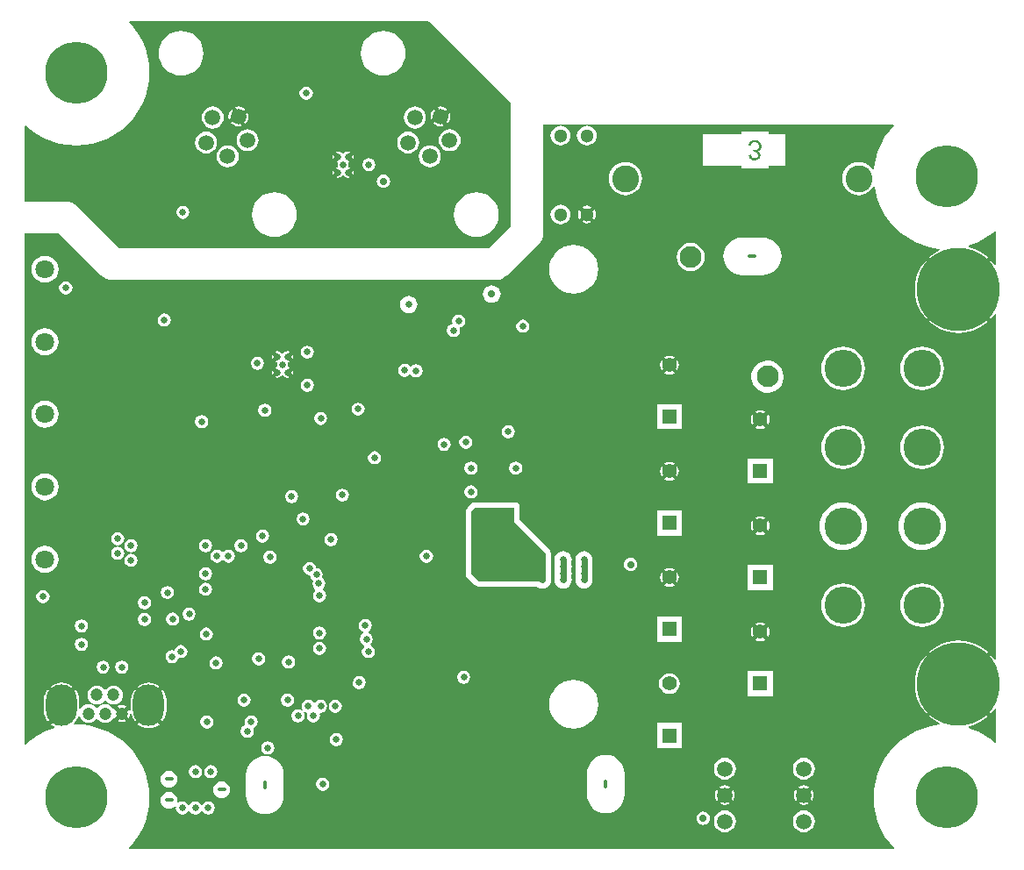
<source format=gbr>
%TF.GenerationSoftware,Altium Limited,Altium Designer,22.0.2 (36)*%
G04 Layer_Physical_Order=3*
G04 Layer_Color=16440176*
%FSLAX45Y45*%
%MOMM*%
%TF.SameCoordinates,6C3A6253-EFF2-48E9-9C48-1F107FDFC152*%
%TF.FilePolarity,Positive*%
%TF.FileFunction,Copper,L3,Inr,Signal*%
%TF.Part,Single*%
G01*
G75*
%TA.AperFunction,ComponentPad*%
%ADD17C,1.80000*%
%ADD18C,1.40000*%
%ADD19R,1.40000X1.40000*%
%ADD20O,3.00000X4.00000*%
%ADD21C,1.20000*%
%ADD22O,0.80000X0.40000*%
%ADD23C,0.65000*%
%ADD24C,3.60000*%
%ADD25C,8.00000*%
%ADD26C,2.60000*%
%ADD27C,1.50000*%
%ADD28C,2.10000*%
%ADD29C,1.30000*%
%TA.AperFunction,ViaPad*%
%ADD30C,6.00000*%
%TA.AperFunction,WasherPad*%
%ADD31O,0.40000X0.80000*%
%ADD32O,0.80000X0.40000*%
%TA.AperFunction,ViaPad*%
%ADD33C,0.65000*%
%ADD34C,0.70000*%
%TA.AperFunction,Conductor*%
%ADD38C,0.60000*%
G36*
X4694250Y7205113D02*
Y6014514D01*
X4485486Y5805750D01*
X914513Y5805750D01*
X510132Y6210132D01*
X486530Y6229501D01*
X459603Y6243894D01*
X430385Y6252757D01*
X400000Y6255750D01*
X450D01*
Y6983899D01*
X13150Y6989582D01*
X59747Y6947940D01*
X124327Y6902119D01*
X193630Y6863816D01*
X266786Y6833514D01*
X342876Y6811593D01*
X420941Y6798329D01*
X500000Y6793889D01*
X579059Y6798329D01*
X657124Y6811593D01*
X733214Y6833514D01*
X806370Y6863816D01*
X875673Y6902119D01*
X940253Y6947940D01*
X999296Y7000704D01*
X1052060Y7059747D01*
X1097881Y7124327D01*
X1136184Y7193630D01*
X1166486Y7266786D01*
X1188407Y7342876D01*
X1201671Y7420941D01*
X1206111Y7500000D01*
X1201671Y7579059D01*
X1188407Y7657124D01*
X1166486Y7733214D01*
X1136184Y7806370D01*
X1097881Y7875673D01*
X1052060Y7940253D01*
X1010418Y7986850D01*
X1016101Y7999550D01*
X3899814D01*
X4694250Y7205113D01*
D02*
G37*
G36*
X8389582Y6986849D02*
X8347941Y6940253D01*
X8302120Y6875673D01*
X8263817Y6806370D01*
X8233514Y6733214D01*
X8211593Y6657124D01*
X8198330Y6579059D01*
X8197506Y6564393D01*
X8185105Y6561653D01*
X8183679Y6564321D01*
X8163685Y6588685D01*
X8139322Y6608679D01*
X8111526Y6623536D01*
X8081366Y6632685D01*
X8050000Y6635774D01*
X8018635Y6632685D01*
X7988474Y6623536D01*
X7960679Y6608679D01*
X7936316Y6588685D01*
X7916321Y6564321D01*
X7901464Y6536526D01*
X7892315Y6506365D01*
X7889226Y6475000D01*
X7892315Y6443635D01*
X7901464Y6413474D01*
X7916321Y6385679D01*
X7936316Y6361315D01*
X7960679Y6341321D01*
X7988474Y6326464D01*
X8018635Y6317315D01*
X8050000Y6314226D01*
X8081366Y6317315D01*
X8111526Y6326464D01*
X8139322Y6341321D01*
X8163685Y6361315D01*
X8183679Y6385679D01*
X8189567Y6396695D01*
X8202815Y6394539D01*
X8211593Y6342876D01*
X8233514Y6266786D01*
X8263817Y6193630D01*
X8302120Y6124327D01*
X8347941Y6059747D01*
X8400705Y6000704D01*
X8459748Y5947940D01*
X8524327Y5902119D01*
X8593631Y5863816D01*
X8666787Y5833514D01*
X8742876Y5811593D01*
X8820941Y5798329D01*
X8832012Y5797707D01*
X8834634Y5784840D01*
X8803550Y5769511D01*
X8757772Y5738923D01*
X8731447Y5715838D01*
X9014000Y5433285D01*
X9296553Y5715837D01*
X9270228Y5738923D01*
X9224450Y5769511D01*
X9175072Y5793862D01*
X9122937Y5811559D01*
X9110307Y5814072D01*
X9109773Y5826761D01*
X9133214Y5833514D01*
X9206370Y5863816D01*
X9275674Y5902119D01*
X9340253Y5947940D01*
X9363408Y5968632D01*
X9375000Y5963445D01*
Y5642580D01*
X9362847Y5638893D01*
X9347923Y5661228D01*
X9324837Y5687553D01*
X9042284Y5405001D01*
X9324838Y5122447D01*
X9347923Y5148772D01*
X9362847Y5171107D01*
X9375000Y5167420D01*
Y1832580D01*
X9362847Y1828893D01*
X9347923Y1851228D01*
X9324837Y1877553D01*
X9042285Y1595000D01*
X9324838Y1312447D01*
X9347923Y1338772D01*
X9362847Y1361107D01*
X9375000Y1357420D01*
Y1036555D01*
X9363408Y1031368D01*
X9340253Y1052060D01*
X9275674Y1097881D01*
X9206370Y1136184D01*
X9133214Y1166486D01*
X9109772Y1173240D01*
X9110306Y1185929D01*
X9122937Y1188441D01*
X9175072Y1206138D01*
X9224450Y1230489D01*
X9270228Y1261077D01*
X9296553Y1284163D01*
X9014001Y1566716D01*
X8731447Y1284163D01*
X8757772Y1261077D01*
X8803550Y1230489D01*
X8834634Y1215160D01*
X8832012Y1202292D01*
X8820941Y1201671D01*
X8742876Y1188407D01*
X8666787Y1166486D01*
X8593631Y1136184D01*
X8524327Y1097881D01*
X8459748Y1052060D01*
X8400705Y999296D01*
X8347941Y940253D01*
X8302120Y875673D01*
X8263817Y806370D01*
X8233514Y733214D01*
X8211593Y657124D01*
X8198330Y579059D01*
X8193890Y500000D01*
X8198330Y420941D01*
X8211593Y342876D01*
X8233514Y266786D01*
X8263817Y193630D01*
X8302120Y124327D01*
X8347941Y59747D01*
X8389582Y13150D01*
X8383899Y450D01*
X1016101D01*
X1010418Y13150D01*
X1052060Y59747D01*
X1097881Y124327D01*
X1136184Y193630D01*
X1166486Y266786D01*
X1188407Y342876D01*
X1201671Y420941D01*
X1206111Y500000D01*
X1201671Y579059D01*
X1188407Y657124D01*
X1166486Y733214D01*
X1136184Y806370D01*
X1097881Y875673D01*
X1052060Y940253D01*
X999296Y999296D01*
X940253Y1052060D01*
X875673Y1097881D01*
X806370Y1136184D01*
X733214Y1166486D01*
X657124Y1188407D01*
X579059Y1201671D01*
X500000Y1206111D01*
X482673Y1205138D01*
X478061Y1216971D01*
X480791Y1219210D01*
X502034Y1245096D01*
X517820Y1274629D01*
X520509Y1283492D01*
X521359Y1283709D01*
X533690Y1283193D01*
X541386Y1264612D01*
X555812Y1245811D01*
X574613Y1231385D01*
X596506Y1222317D01*
X620001Y1219224D01*
X643496Y1222317D01*
X665389Y1231385D01*
X684189Y1245811D01*
X691997Y1255986D01*
X708005D01*
X715812Y1245811D01*
X734613Y1231385D01*
X756506Y1222317D01*
X780001Y1219224D01*
X803495Y1222317D01*
X825389Y1231385D01*
X844189Y1245811D01*
X858615Y1264612D01*
X859046Y1265652D01*
X867576Y1265860D01*
X911716Y1310000D01*
X867577Y1354140D01*
X859046Y1354348D01*
X858615Y1355388D01*
X844189Y1374189D01*
X825389Y1388614D01*
X803495Y1397683D01*
X780001Y1400776D01*
X756506Y1397683D01*
X734613Y1388614D01*
X715812Y1374189D01*
X708005Y1364014D01*
X691997D01*
X684189Y1374189D01*
X665389Y1388614D01*
X643496Y1397683D01*
X620001Y1400776D01*
X596506Y1397683D01*
X574613Y1388614D01*
X555812Y1374189D01*
X543523Y1358173D01*
X531188Y1361210D01*
X530823Y1361418D01*
Y1440000D01*
X527541Y1473326D01*
X517820Y1505371D01*
X502034Y1534904D01*
X493540Y1545254D01*
X374143Y1425858D01*
X360001Y1440000D01*
X345859Y1425858D01*
X226462Y1545254D01*
X217967Y1534904D01*
X202181Y1505371D01*
X192461Y1473326D01*
X189178Y1440000D01*
Y1340000D01*
X192461Y1306674D01*
X202181Y1274629D01*
X217967Y1245096D01*
X226462Y1234746D01*
X345859Y1354142D01*
X374143Y1325858D01*
X254746Y1206461D01*
X265097Y1197967D01*
X287891Y1185783D01*
X286452Y1172152D01*
X266786Y1166486D01*
X193630Y1136184D01*
X124327Y1097881D01*
X59747Y1052060D01*
X13150Y1010418D01*
X450Y1016101D01*
Y5944250D01*
X335487D01*
X739867Y5539869D01*
X763469Y5520499D01*
X790396Y5506106D01*
X819614Y5497243D01*
X849999Y5494250D01*
X4550000Y5494250D01*
X4580385Y5497243D01*
X4609603Y5506106D01*
X4636530Y5520499D01*
X4660132Y5539868D01*
X4960132Y5839868D01*
X4979501Y5863470D01*
X4993894Y5890397D01*
X5002757Y5919615D01*
X5005750Y5950000D01*
Y6999548D01*
X5098204D01*
X5098209Y6999549D01*
X5100110D01*
X8383899Y6999550D01*
X8389582Y6986849D01*
D02*
G37*
%LPC*%
G36*
X3462528Y7902049D02*
X3420381Y7897898D01*
X3379853Y7885604D01*
X3342502Y7865640D01*
X3309764Y7838772D01*
X3282897Y7806034D01*
X3262933Y7768684D01*
X3250639Y7728156D01*
X3246488Y7686009D01*
X3250639Y7643862D01*
X3262933Y7603334D01*
X3282897Y7565983D01*
X3309764Y7533245D01*
X3342502Y7506378D01*
X3379853Y7486414D01*
X3420381Y7474120D01*
X3462528Y7469969D01*
X3504675Y7474120D01*
X3545203Y7486414D01*
X3582553Y7506378D01*
X3615291Y7533245D01*
X3642159Y7565983D01*
X3662123Y7603334D01*
X3674417Y7643862D01*
X3678568Y7686009D01*
X3674417Y7728156D01*
X3662123Y7768684D01*
X3642159Y7806034D01*
X3615291Y7838772D01*
X3582553Y7865640D01*
X3545203Y7885604D01*
X3504675Y7897898D01*
X3462528Y7902049D01*
D02*
G37*
G36*
X1512528Y7902049D02*
X1470380Y7897898D01*
X1429853Y7885604D01*
X1392502Y7865639D01*
X1359764Y7838772D01*
X1332897Y7806034D01*
X1312932Y7768683D01*
X1300638Y7728156D01*
X1296487Y7686009D01*
X1300638Y7643861D01*
X1312932Y7603334D01*
X1332897Y7565983D01*
X1359764Y7533245D01*
X1392502Y7506378D01*
X1429853Y7486413D01*
X1470380Y7474119D01*
X1512528Y7469968D01*
X1554675Y7474119D01*
X1595203Y7486413D01*
X1632553Y7506378D01*
X1665291Y7533245D01*
X1692158Y7565983D01*
X1712123Y7603334D01*
X1724417Y7643861D01*
X1728568Y7686009D01*
X1724417Y7728156D01*
X1712123Y7768683D01*
X1692158Y7806034D01*
X1665291Y7838772D01*
X1632553Y7865639D01*
X1595203Y7885604D01*
X1554675Y7897898D01*
X1512528Y7902049D01*
D02*
G37*
G36*
X2720000Y7363724D02*
X2695614Y7358874D01*
X2674940Y7345060D01*
X2661126Y7324386D01*
X2656275Y7300000D01*
X2661126Y7275614D01*
X2674940Y7254940D01*
X2695614Y7241126D01*
X2720000Y7236275D01*
X2744386Y7241126D01*
X2765060Y7254940D01*
X2778874Y7275614D01*
X2783724Y7300000D01*
X2778874Y7324386D01*
X2765060Y7345060D01*
X2744386Y7358874D01*
X2720000Y7363724D01*
D02*
G37*
G36*
X2065515Y7171922D02*
X2040715Y7168657D01*
X2036242Y7166805D01*
X2072835Y7103424D01*
X2136216Y7140017D01*
X2133269Y7143857D01*
X2113424Y7159085D01*
X2090314Y7168657D01*
X2065515Y7171922D01*
D02*
G37*
G36*
X4015515Y7171923D02*
X3990715Y7168658D01*
X3986242Y7166805D01*
X4022835Y7103424D01*
X4086217Y7140017D01*
X4083269Y7143858D01*
X4063425Y7159085D01*
X4040315Y7168658D01*
X4015515Y7171923D01*
D02*
G37*
G36*
X2001601Y7146805D02*
X1997760Y7143857D01*
X1982532Y7124013D01*
X1972960Y7100903D01*
X1969695Y7076103D01*
X1972960Y7051303D01*
X1974812Y7046831D01*
X2038194Y7083424D01*
X2001601Y7146805D01*
D02*
G37*
G36*
X3951601D02*
X3947760Y7143858D01*
X3932533Y7124013D01*
X3922960Y7100903D01*
X3919695Y7076103D01*
X3922960Y7051303D01*
X3924813Y7046831D01*
X3988194Y7083423D01*
X3951601Y7146805D01*
D02*
G37*
G36*
X4106217Y7105376D02*
X4042835Y7068782D01*
X4079428Y7005401D01*
X4083269Y7008349D01*
X4098497Y7028193D01*
X4108070Y7051303D01*
X4111334Y7076103D01*
X4108070Y7100903D01*
X4106217Y7105376D01*
D02*
G37*
G36*
X2156216D02*
X2092835Y7068783D01*
X2129428Y7005401D01*
X2133269Y7008348D01*
X2148497Y7028193D01*
X2158069Y7051303D01*
X2161334Y7076103D01*
X2158069Y7100903D01*
X2156216Y7105376D01*
D02*
G37*
G36*
X4008194Y7048782D02*
X3944813Y7012189D01*
X3947760Y7008349D01*
X3967605Y6993121D01*
X3990715Y6983549D01*
X4015515Y6980284D01*
X4040315Y6983549D01*
X4044787Y6985401D01*
X4008194Y7048782D01*
D02*
G37*
G36*
X2058194D02*
X1994813Y7012190D01*
X1997760Y7008348D01*
X2017605Y6993121D01*
X2040715Y6983548D01*
X2065515Y6980283D01*
X2090314Y6983548D01*
X2094787Y6985401D01*
X2058194Y7048782D01*
D02*
G37*
G36*
X3768145Y7170646D02*
X3740734Y7167037D01*
X3715192Y7156458D01*
X3693258Y7139627D01*
X3676428Y7117693D01*
X3665848Y7092151D01*
X3662239Y7064740D01*
X3665848Y7037330D01*
X3676427Y7011787D01*
X3693258Y6989853D01*
X3715192Y6973023D01*
X3740734Y6962443D01*
X3768145Y6958834D01*
X3795555Y6962443D01*
X3821098Y6973023D01*
X3843032Y6989853D01*
X3859862Y7011787D01*
X3870442Y7037330D01*
X3874051Y7064740D01*
X3870442Y7092151D01*
X3859862Y7117693D01*
X3843032Y7139627D01*
X3821098Y7156457D01*
X3795555Y7167037D01*
X3768145Y7170646D01*
D02*
G37*
G36*
X1818145Y7170646D02*
X1790735Y7167037D01*
X1765192Y7156457D01*
X1743258Y7139627D01*
X1726428Y7117693D01*
X1715848Y7092150D01*
X1712239Y7064740D01*
X1715848Y7037329D01*
X1726428Y7011787D01*
X1743258Y6989853D01*
X1765192Y6973023D01*
X1790735Y6962443D01*
X1818145Y6958834D01*
X1845555Y6962443D01*
X1871098Y6973022D01*
X1893032Y6989853D01*
X1909862Y7011787D01*
X1920442Y7037329D01*
X1924051Y7064740D01*
X1920442Y7092150D01*
X1909862Y7117693D01*
X1893032Y7139627D01*
X1871098Y7156457D01*
X1845555Y7167037D01*
X1818145Y7170646D01*
D02*
G37*
G36*
X2153810Y6951295D02*
X2126400Y6947687D01*
X2100857Y6937107D01*
X2078923Y6920276D01*
X2062093Y6898342D01*
X2051513Y6872800D01*
X2047904Y6845389D01*
X2051513Y6817979D01*
X2062093Y6792437D01*
X2078923Y6770503D01*
X2100857Y6753672D01*
X2126400Y6743092D01*
X2153810Y6739484D01*
X2181221Y6743092D01*
X2206763Y6753672D01*
X2228697Y6770503D01*
X2245527Y6792437D01*
X2256108Y6817979D01*
X2259716Y6845389D01*
X2256108Y6872800D01*
X2245528Y6898342D01*
X2228697Y6920276D01*
X2206763Y6937107D01*
X2181221Y6947687D01*
X2153810Y6951295D01*
D02*
G37*
G36*
X4103810Y6951295D02*
X4076400Y6947686D01*
X4050857Y6937106D01*
X4028923Y6920276D01*
X4012093Y6898342D01*
X4001513Y6872799D01*
X3997904Y6845389D01*
X4001513Y6817978D01*
X4012093Y6792436D01*
X4028923Y6770502D01*
X4050857Y6753672D01*
X4076400Y6743092D01*
X4103810Y6739483D01*
X4131221Y6743092D01*
X4156763Y6753672D01*
X4178697Y6770502D01*
X4195527Y6792436D01*
X4206107Y6817978D01*
X4209716Y6845389D01*
X4206107Y6872799D01*
X4195528Y6898342D01*
X4178697Y6920276D01*
X4156763Y6937106D01*
X4131221Y6947686D01*
X4103810Y6951295D01*
D02*
G37*
G36*
X1753440Y6929164D02*
X1726030Y6925555D01*
X1700487Y6914976D01*
X1678553Y6898145D01*
X1661723Y6876211D01*
X1651143Y6850669D01*
X1647534Y6823258D01*
X1651143Y6795848D01*
X1661723Y6770305D01*
X1678553Y6748371D01*
X1700487Y6731541D01*
X1726030Y6720961D01*
X1753440Y6717352D01*
X1780850Y6720961D01*
X1806393Y6731541D01*
X1828327Y6748371D01*
X1845157Y6770305D01*
X1855737Y6795848D01*
X1859346Y6823258D01*
X1855737Y6850669D01*
X1845157Y6876211D01*
X1828327Y6898145D01*
X1806393Y6914975D01*
X1780850Y6925555D01*
X1753440Y6929164D01*
D02*
G37*
G36*
X3703440Y6929164D02*
X3676030Y6925555D01*
X3650487Y6914975D01*
X3628553Y6898145D01*
X3611723Y6876211D01*
X3601143Y6850668D01*
X3597534Y6823258D01*
X3601143Y6795847D01*
X3611723Y6770305D01*
X3628553Y6748371D01*
X3650487Y6731541D01*
X3676030Y6720961D01*
X3703440Y6717352D01*
X3730851Y6720961D01*
X3756393Y6731541D01*
X3778327Y6748371D01*
X3795157Y6770305D01*
X3805737Y6795847D01*
X3809346Y6823258D01*
X3805737Y6850668D01*
X3795158Y6876211D01*
X3778327Y6898145D01*
X3756393Y6914975D01*
X3730851Y6925555D01*
X3703440Y6929164D01*
D02*
G37*
G36*
X3125000Y6738529D02*
X3104515Y6734454D01*
X3087149Y6722851D01*
X3082637Y6716097D01*
X3067363D01*
X3062850Y6722851D01*
X3045484Y6734454D01*
X3025000Y6738529D01*
X3004515Y6734454D01*
X3004104Y6734179D01*
X3039141Y6699142D01*
X3024999Y6685000D01*
X3039141Y6670858D01*
X3004105Y6635821D01*
X3004515Y6635547D01*
X3014206Y6633619D01*
X3024891Y6630665D01*
X3023425Y6619822D01*
X3021471Y6610000D01*
X3023425Y6600179D01*
X3024891Y6589335D01*
X3014206Y6586382D01*
X3004515Y6584454D01*
X3004105Y6584180D01*
X3039143Y6549142D01*
X3025000Y6535000D01*
X3039143Y6520857D01*
X3004105Y6485820D01*
X3004515Y6485546D01*
X3025000Y6481472D01*
X3045484Y6485546D01*
X3062850Y6497150D01*
X3067363Y6503903D01*
X3082637D01*
X3087149Y6497150D01*
X3104515Y6485546D01*
X3125000Y6481472D01*
X3145484Y6485546D01*
X3145895Y6485821D01*
X3110858Y6520857D01*
X3125000Y6535000D01*
X3110858Y6549142D01*
X3145895Y6584179D01*
X3145484Y6584454D01*
X3135793Y6586382D01*
X3125109Y6589335D01*
X3126574Y6600179D01*
X3128528Y6610000D01*
X3126574Y6619822D01*
X3125109Y6630665D01*
X3135793Y6633619D01*
X3145484Y6635547D01*
X3145894Y6635821D01*
X3110857Y6670858D01*
X3124999Y6685000D01*
X3110857Y6699142D01*
X3145894Y6734180D01*
X3145484Y6734454D01*
X3125000Y6738529D01*
D02*
G37*
G36*
X2975820Y6705895D02*
X2975546Y6705485D01*
X2971471Y6685000D01*
X2975546Y6664516D01*
X2975820Y6664106D01*
X2996715Y6685000D01*
X2975820Y6705895D01*
D02*
G37*
G36*
X3174179Y6705895D02*
X3153284Y6685000D01*
X3174179Y6664105D01*
X3174453Y6664516D01*
X3178528Y6685000D01*
X3174453Y6705485D01*
X3174179Y6705895D01*
D02*
G37*
G36*
X3911987Y6795638D02*
X3884577Y6792030D01*
X3859034Y6781450D01*
X3837100Y6764619D01*
X3820270Y6742686D01*
X3809690Y6717143D01*
X3806081Y6689733D01*
X3809690Y6662322D01*
X3820270Y6636780D01*
X3837100Y6614846D01*
X3859034Y6598016D01*
X3884577Y6587435D01*
X3911987Y6583827D01*
X3939398Y6587435D01*
X3964940Y6598015D01*
X3986874Y6614846D01*
X4003704Y6636780D01*
X4014284Y6662322D01*
X4017893Y6689733D01*
X4014284Y6717143D01*
X4003704Y6742686D01*
X3986874Y6764619D01*
X3964940Y6781450D01*
X3939398Y6792030D01*
X3911987Y6795638D01*
D02*
G37*
G36*
X1961987D02*
X1934577Y6792030D01*
X1909034Y6781450D01*
X1887100Y6764619D01*
X1870270Y6742686D01*
X1859690Y6717143D01*
X1856081Y6689733D01*
X1859690Y6662322D01*
X1870270Y6636780D01*
X1887100Y6614846D01*
X1909034Y6598016D01*
X1934577Y6587435D01*
X1961987Y6583827D01*
X1989398Y6587435D01*
X2014940Y6598015D01*
X2036874Y6614846D01*
X2053704Y6636780D01*
X2064284Y6662322D01*
X2067893Y6689733D01*
X2064284Y6717143D01*
X2053705Y6742686D01*
X2036874Y6764619D01*
X2014940Y6781450D01*
X1989398Y6792030D01*
X1961987Y6795638D01*
D02*
G37*
G36*
X3325000Y6673725D02*
X3300613Y6668874D01*
X3279940Y6655060D01*
X3266126Y6634387D01*
X3261275Y6610000D01*
X3266126Y6585614D01*
X3279940Y6564940D01*
X3300613Y6551126D01*
X3325000Y6546276D01*
X3349386Y6551126D01*
X3370060Y6564940D01*
X3383874Y6585614D01*
X3388724Y6610000D01*
X3383874Y6634387D01*
X3370060Y6655060D01*
X3349386Y6668874D01*
X3325000Y6673725D01*
D02*
G37*
G36*
X3174180Y6555894D02*
X3153285Y6535000D01*
X3174179Y6514105D01*
X3174453Y6514516D01*
X3178528Y6535000D01*
X3174453Y6555484D01*
X3174180Y6555894D01*
D02*
G37*
G36*
X2975820Y6555895D02*
X2975546Y6555484D01*
X2971471Y6535000D01*
X2975546Y6514516D01*
X2975821Y6514104D01*
X2996716Y6535000D01*
X2975820Y6555895D01*
D02*
G37*
G36*
X3465000Y6515561D02*
X3448031Y6513327D01*
X3432220Y6506777D01*
X3418642Y6496358D01*
X3408223Y6482780D01*
X3401673Y6466969D01*
X3399439Y6450000D01*
X3401673Y6433032D01*
X3408223Y6417220D01*
X3418642Y6403642D01*
X3432220Y6393223D01*
X3448031Y6386673D01*
X3465000Y6384439D01*
X3481968Y6386673D01*
X3497780Y6393223D01*
X3511358Y6403642D01*
X3521777Y6417220D01*
X3528327Y6433032D01*
X3530561Y6450000D01*
X3528327Y6466969D01*
X3521777Y6482780D01*
X3511358Y6496358D01*
X3497780Y6506777D01*
X3481968Y6513327D01*
X3465000Y6515561D01*
D02*
G37*
G36*
X1530000Y6213724D02*
X1505614Y6208874D01*
X1484940Y6195060D01*
X1471126Y6174386D01*
X1466275Y6150000D01*
X1471126Y6125614D01*
X1484940Y6104940D01*
X1505614Y6091126D01*
X1530000Y6086275D01*
X1554386Y6091126D01*
X1575060Y6104940D01*
X1588874Y6125614D01*
X1593725Y6150000D01*
X1588874Y6174386D01*
X1575060Y6195060D01*
X1554386Y6208874D01*
X1530000Y6213724D01*
D02*
G37*
G36*
X4361967Y6344173D02*
X4319820Y6340022D01*
X4279292Y6327728D01*
X4241942Y6307764D01*
X4209204Y6280897D01*
X4182337Y6248158D01*
X4162372Y6210808D01*
X4150078Y6170280D01*
X4145927Y6128133D01*
X4150078Y6085986D01*
X4162372Y6045458D01*
X4182337Y6008108D01*
X4209204Y5975370D01*
X4241942Y5948502D01*
X4279292Y5928538D01*
X4319820Y5916244D01*
X4361967Y5912093D01*
X4404115Y5916244D01*
X4444642Y5928538D01*
X4481993Y5948502D01*
X4514731Y5975370D01*
X4541598Y6008108D01*
X4561563Y6045458D01*
X4573856Y6085986D01*
X4578008Y6128133D01*
X4573856Y6170280D01*
X4561563Y6210808D01*
X4541598Y6248158D01*
X4514731Y6280897D01*
X4481993Y6307764D01*
X4444642Y6327728D01*
X4404115Y6340022D01*
X4361967Y6344173D01*
D02*
G37*
G36*
X2411967D02*
X2369820Y6340022D01*
X2329292Y6327728D01*
X2291942Y6307764D01*
X2259204Y6280897D01*
X2232336Y6248158D01*
X2212372Y6210808D01*
X2200078Y6170280D01*
X2195927Y6128133D01*
X2200078Y6085986D01*
X2212372Y6045458D01*
X2232336Y6008108D01*
X2259204Y5975370D01*
X2291942Y5948502D01*
X2329292Y5928538D01*
X2369820Y5916244D01*
X2411967Y5912093D01*
X2454114Y5916244D01*
X2494642Y5928538D01*
X2531993Y5948502D01*
X2564731Y5975370D01*
X2591598Y6008108D01*
X2611562Y6045458D01*
X2623856Y6085986D01*
X2628007Y6128133D01*
X2623856Y6170280D01*
X2611562Y6210808D01*
X2591598Y6248158D01*
X2564731Y6280897D01*
X2531993Y6307764D01*
X2494642Y6327728D01*
X2454114Y6340022D01*
X2411967Y6344173D01*
D02*
G37*
G36*
X5427000Y6986819D02*
X5402200Y6983554D01*
X5379090Y6973982D01*
X5359246Y6958754D01*
X5344018Y6938910D01*
X5334446Y6915800D01*
X5331181Y6891000D01*
X5334446Y6866200D01*
X5344018Y6843090D01*
X5359246Y6823245D01*
X5379090Y6808018D01*
X5402200Y6798445D01*
X5427000Y6795180D01*
X5451800Y6798445D01*
X5474910Y6808018D01*
X5494755Y6823245D01*
X5509982Y6843090D01*
X5519555Y6866200D01*
X5522820Y6891000D01*
X5519555Y6915800D01*
X5509982Y6938910D01*
X5494755Y6958754D01*
X5474910Y6973982D01*
X5451800Y6983554D01*
X5427000Y6986819D01*
D02*
G37*
G36*
X5173000D02*
X5148200Y6983554D01*
X5125090Y6973982D01*
X5105246Y6958754D01*
X5090018Y6938910D01*
X5080446Y6915800D01*
X5077181Y6891000D01*
X5080446Y6866200D01*
X5090018Y6843090D01*
X5105246Y6823245D01*
X5125090Y6808018D01*
X5148200Y6798445D01*
X5173000Y6795180D01*
X5197800Y6798445D01*
X5220910Y6808018D01*
X5240755Y6823245D01*
X5255982Y6843090D01*
X5265555Y6866200D01*
X5268820Y6891000D01*
X5265555Y6915800D01*
X5255982Y6938910D01*
X5240755Y6958754D01*
X5220910Y6973982D01*
X5197800Y6983554D01*
X5173000Y6986819D01*
D02*
G37*
G36*
X7180001Y6930000D02*
X6920001D01*
Y6900000D01*
X6550000D01*
Y6600000D01*
X6920001D01*
Y6570000D01*
X7180001D01*
Y6600000D01*
X7345000D01*
Y6900000D01*
X7180001D01*
Y6930000D01*
D02*
G37*
G36*
X5800000Y6635774D02*
X5768635Y6632685D01*
X5738474Y6623536D01*
X5710679Y6608679D01*
X5686316Y6588685D01*
X5666321Y6564321D01*
X5651464Y6536526D01*
X5642315Y6506365D01*
X5639226Y6475000D01*
X5642315Y6443635D01*
X5651464Y6413474D01*
X5666321Y6385679D01*
X5686316Y6361315D01*
X5710679Y6341321D01*
X5738474Y6326464D01*
X5768635Y6317315D01*
X5800000Y6314226D01*
X5831366Y6317315D01*
X5861526Y6326464D01*
X5889321Y6341321D01*
X5913685Y6361315D01*
X5933679Y6385679D01*
X5948536Y6413474D01*
X5957685Y6443635D01*
X5960774Y6475000D01*
X5957685Y6506365D01*
X5948536Y6536526D01*
X5933679Y6564321D01*
X5913685Y6588685D01*
X5889321Y6608679D01*
X5861526Y6623536D01*
X5831366Y6632685D01*
X5800000Y6635774D01*
D02*
G37*
G36*
X5427000Y6214733D02*
X5404811Y6211812D01*
X5384134Y6203247D01*
X5382382Y6201903D01*
X5427000Y6157284D01*
X5471618Y6201903D01*
X5469867Y6203247D01*
X5449190Y6211812D01*
X5427000Y6214733D01*
D02*
G37*
G36*
X5499903Y6173618D02*
X5455284Y6129000D01*
X5499903Y6084382D01*
X5501247Y6086133D01*
X5509812Y6106810D01*
X5512733Y6129000D01*
X5509812Y6151189D01*
X5501247Y6171866D01*
X5499903Y6173618D01*
D02*
G37*
G36*
X5354097Y6173619D02*
X5352753Y6171866D01*
X5344188Y6151189D01*
X5341267Y6129000D01*
X5344188Y6106810D01*
X5352753Y6086133D01*
X5354097Y6084382D01*
X5398716Y6129000D01*
X5354097Y6173619D01*
D02*
G37*
G36*
X5427000Y6100716D02*
X5382382Y6056097D01*
X5384134Y6054753D01*
X5404811Y6046188D01*
X5427000Y6043267D01*
X5449190Y6046188D01*
X5469867Y6054753D01*
X5471619Y6056097D01*
X5427000Y6100716D01*
D02*
G37*
G36*
X5173000Y6224819D02*
X5148200Y6221554D01*
X5125090Y6211982D01*
X5105246Y6196754D01*
X5090018Y6176910D01*
X5080446Y6153800D01*
X5077181Y6129000D01*
X5080446Y6104200D01*
X5090018Y6081090D01*
X5105246Y6061245D01*
X5125090Y6046018D01*
X5148200Y6036445D01*
X5173000Y6033180D01*
X5197800Y6036445D01*
X5220910Y6046018D01*
X5240755Y6061245D01*
X5255982Y6081090D01*
X5265555Y6104200D01*
X5268820Y6129000D01*
X5265555Y6153800D01*
X5255982Y6176910D01*
X5240755Y6196754D01*
X5220910Y6211982D01*
X5197800Y6221554D01*
X5173000Y6224819D01*
D02*
G37*
G36*
X6428805Y5854923D02*
X6393563Y5850283D01*
X6360722Y5836680D01*
X6332521Y5815041D01*
X6310882Y5786840D01*
X6297280Y5754000D01*
X6292640Y5718758D01*
X6297280Y5683516D01*
X6310882Y5650676D01*
X6332521Y5622475D01*
X6360722Y5600836D01*
X6393563Y5587233D01*
X6428805Y5582593D01*
X6464047Y5587233D01*
X6496887Y5600836D01*
X6525088Y5622475D01*
X6546727Y5650676D01*
X6560330Y5683516D01*
X6564969Y5718758D01*
X6560330Y5754000D01*
X6546727Y5786840D01*
X6525088Y5815041D01*
X6496887Y5836680D01*
X6464047Y5850283D01*
X6428805Y5854923D01*
D02*
G37*
G36*
X7125000Y5905871D02*
X6925000D01*
X6889714Y5902395D01*
X6855784Y5892103D01*
X6824514Y5875389D01*
X6797105Y5852895D01*
X6774612Y5825486D01*
X6757898Y5794216D01*
X6747605Y5760286D01*
X6744130Y5725000D01*
X6747605Y5689714D01*
X6757898Y5655784D01*
X6774612Y5624514D01*
X6797105Y5597105D01*
X6824514Y5574611D01*
X6855784Y5557897D01*
X6889714Y5547605D01*
X6925000Y5544129D01*
X7125000D01*
X7160287Y5547605D01*
X7194217Y5557897D01*
X7225487Y5574611D01*
X7252896Y5597105D01*
X7275389Y5624514D01*
X7292103Y5655784D01*
X7302396Y5689714D01*
X7305871Y5725000D01*
X7302396Y5760286D01*
X7292103Y5794216D01*
X7275389Y5825486D01*
X7252896Y5852895D01*
X7225487Y5875389D01*
X7194217Y5892103D01*
X7160287Y5902395D01*
X7125000Y5905871D01*
D02*
G37*
G36*
X200000Y5731122D02*
X166064Y5726654D01*
X134439Y5713555D01*
X107283Y5692717D01*
X86446Y5665561D01*
X73347Y5633937D01*
X68879Y5600000D01*
X73347Y5566064D01*
X86446Y5534439D01*
X107283Y5507283D01*
X134439Y5486445D01*
X166064Y5473346D01*
X200000Y5468879D01*
X233937Y5473346D01*
X265561Y5486445D01*
X292717Y5507283D01*
X313555Y5534439D01*
X326654Y5566064D01*
X331122Y5600000D01*
X326654Y5633937D01*
X313555Y5665561D01*
X292717Y5692717D01*
X265561Y5713555D01*
X233937Y5726654D01*
X200000Y5731122D01*
D02*
G37*
G36*
X5300000Y5836137D02*
X5253932Y5831600D01*
X5209635Y5818162D01*
X5168810Y5796341D01*
X5133026Y5766974D01*
X5103660Y5731191D01*
X5081838Y5690366D01*
X5068401Y5646068D01*
X5063863Y5600000D01*
X5068401Y5553932D01*
X5081838Y5509635D01*
X5103660Y5468809D01*
X5133026Y5433026D01*
X5168810Y5403659D01*
X5209635Y5381838D01*
X5253932Y5368400D01*
X5300000Y5363863D01*
X5346068Y5368400D01*
X5390366Y5381838D01*
X5431191Y5403659D01*
X5466974Y5433026D01*
X5496341Y5468809D01*
X5518162Y5509635D01*
X5531600Y5553932D01*
X5536137Y5600000D01*
X5531600Y5646068D01*
X5518162Y5690366D01*
X5496341Y5731191D01*
X5466974Y5766974D01*
X5431191Y5796341D01*
X5390366Y5818162D01*
X5346068Y5831600D01*
X5300000Y5836137D01*
D02*
G37*
G36*
X400000Y5483725D02*
X375614Y5478874D01*
X354940Y5465060D01*
X341127Y5444386D01*
X336276Y5420000D01*
X341127Y5395614D01*
X354940Y5374940D01*
X375614Y5361126D01*
X400000Y5356276D01*
X424387Y5361126D01*
X445061Y5374940D01*
X458874Y5395614D01*
X463725Y5420000D01*
X458874Y5444386D01*
X445061Y5465060D01*
X424387Y5478874D01*
X400000Y5483725D01*
D02*
G37*
G36*
X4510000Y5445733D02*
X4487811Y5442812D01*
X4467134Y5434247D01*
X4449377Y5420623D01*
X4435753Y5402867D01*
X4427188Y5382189D01*
X4424267Y5360000D01*
X4427188Y5337811D01*
X4435753Y5317133D01*
X4449377Y5299377D01*
X4467134Y5285753D01*
X4487811Y5277188D01*
X4510000Y5274267D01*
X4532190Y5277188D01*
X4552867Y5285753D01*
X4570623Y5299377D01*
X4584247Y5317133D01*
X4592812Y5337811D01*
X4595734Y5360000D01*
X4592812Y5382189D01*
X4584247Y5402867D01*
X4570623Y5420623D01*
X4552867Y5434247D01*
X4532190Y5442812D01*
X4510000Y5445733D01*
D02*
G37*
G36*
X3710000Y5343212D02*
X3688464Y5340377D01*
X3668394Y5332064D01*
X3651161Y5318840D01*
X3637937Y5301606D01*
X3629624Y5281537D01*
X3626789Y5260000D01*
X3629624Y5238463D01*
X3637937Y5218394D01*
X3651161Y5201161D01*
X3668394Y5187937D01*
X3688464Y5179624D01*
X3710000Y5176788D01*
X3731537Y5179624D01*
X3751606Y5187937D01*
X3768840Y5201161D01*
X3782064Y5218394D01*
X3790377Y5238463D01*
X3793212Y5260000D01*
X3790377Y5281537D01*
X3782064Y5301606D01*
X3768840Y5318840D01*
X3751606Y5332064D01*
X3731537Y5340377D01*
X3710000Y5343212D01*
D02*
G37*
G36*
X8703163Y5687553D02*
X8680077Y5661228D01*
X8649489Y5615451D01*
X8625138Y5566072D01*
X8607441Y5513937D01*
X8596700Y5459939D01*
X8593099Y5405000D01*
X8596700Y5350061D01*
X8607441Y5296063D01*
X8625138Y5243928D01*
X8649489Y5194550D01*
X8680077Y5148772D01*
X8703163Y5122447D01*
X8985716Y5405001D01*
X8703163Y5687553D01*
D02*
G37*
G36*
X1350000Y5173724D02*
X1325614Y5168874D01*
X1304940Y5155060D01*
X1291126Y5134386D01*
X1286276Y5110000D01*
X1291126Y5085614D01*
X1304940Y5064940D01*
X1325614Y5051126D01*
X1350000Y5046275D01*
X1374386Y5051126D01*
X1395060Y5064940D01*
X1408874Y5085614D01*
X1413725Y5110000D01*
X1408874Y5134386D01*
X1395060Y5155060D01*
X1374386Y5168874D01*
X1350000Y5173724D01*
D02*
G37*
G36*
X4810000Y5113725D02*
X4785614Y5108874D01*
X4764940Y5095060D01*
X4751126Y5074386D01*
X4746275Y5050000D01*
X4751126Y5025614D01*
X4764940Y5004940D01*
X4785614Y4991126D01*
X4810000Y4986276D01*
X4834386Y4991126D01*
X4855060Y5004940D01*
X4868874Y5025614D01*
X4873725Y5050000D01*
X4868874Y5074386D01*
X4855060Y5095060D01*
X4834386Y5108874D01*
X4810000Y5113725D01*
D02*
G37*
G36*
X9014000Y5376716D02*
X8731447Y5094163D01*
X8757772Y5071077D01*
X8803550Y5040489D01*
X8852928Y5016138D01*
X8905063Y4998441D01*
X8959061Y4987700D01*
X9014000Y4984099D01*
X9068939Y4987700D01*
X9122937Y4998441D01*
X9175072Y5016138D01*
X9224450Y5040489D01*
X9270228Y5071077D01*
X9296553Y5094163D01*
X9014000Y5376716D01*
D02*
G37*
G36*
X4190001Y5163725D02*
X4165614Y5158874D01*
X4144940Y5145060D01*
X4131127Y5124386D01*
X4126276Y5100000D01*
X4131127Y5075614D01*
X4129477Y5071631D01*
X4115614Y5068874D01*
X4094940Y5055060D01*
X4081126Y5034386D01*
X4076276Y5010000D01*
X4081126Y4985614D01*
X4094940Y4964940D01*
X4115614Y4951126D01*
X4140000Y4946276D01*
X4164387Y4951126D01*
X4185060Y4964940D01*
X4198874Y4985614D01*
X4203725Y5010000D01*
X4198874Y5034386D01*
X4200524Y5038369D01*
X4214387Y5041126D01*
X4235061Y5054940D01*
X4248874Y5075614D01*
X4253725Y5100000D01*
X4248874Y5124386D01*
X4235061Y5145060D01*
X4214387Y5158874D01*
X4190001Y5163725D01*
D02*
G37*
G36*
X2540000Y4808529D02*
X2519516Y4804454D01*
X2502150Y4792850D01*
X2497637Y4786097D01*
X2482363D01*
X2477851Y4792850D01*
X2460485Y4804454D01*
X2440000Y4808529D01*
X2419516Y4804454D01*
X2419105Y4804180D01*
X2454143Y4769142D01*
X2440001Y4755000D01*
X2454143Y4740858D01*
X2419106Y4705821D01*
X2419516Y4705546D01*
X2429207Y4703619D01*
X2439891Y4700665D01*
X2438426Y4689822D01*
X2436472Y4680000D01*
X2438426Y4670178D01*
X2439891Y4659335D01*
X2429207Y4656381D01*
X2419516Y4654454D01*
X2419106Y4654180D01*
X2454143Y4619142D01*
X2440001Y4605000D01*
X2454143Y4590858D01*
X2419106Y4555820D01*
X2419516Y4555546D01*
X2440000Y4551471D01*
X2460485Y4555546D01*
X2477851Y4567150D01*
X2482363Y4573903D01*
X2497637D01*
X2502150Y4567150D01*
X2519516Y4555546D01*
X2540000Y4551471D01*
X2560485Y4555546D01*
X2560896Y4555821D01*
X2525858Y4590858D01*
X2540001Y4605000D01*
X2525858Y4619142D01*
X2560895Y4654179D01*
X2560485Y4654454D01*
X2550794Y4656381D01*
X2540109Y4659335D01*
X2541575Y4670178D01*
X2543529Y4680000D01*
X2541575Y4689822D01*
X2540109Y4700665D01*
X2550794Y4703619D01*
X2560485Y4705546D01*
X2560895Y4705821D01*
X2525858Y4740858D01*
X2540001Y4755000D01*
X2525858Y4769142D01*
X2560896Y4804179D01*
X2560485Y4804454D01*
X2540000Y4808529D01*
D02*
G37*
G36*
X200000Y5031122D02*
X166064Y5026654D01*
X134439Y5013555D01*
X107283Y4992717D01*
X86446Y4965561D01*
X73347Y4933937D01*
X68879Y4900000D01*
X73347Y4866063D01*
X86446Y4834439D01*
X107283Y4807283D01*
X134439Y4786445D01*
X166064Y4773346D01*
X200000Y4768878D01*
X233937Y4773346D01*
X265561Y4786445D01*
X292717Y4807283D01*
X313555Y4834439D01*
X326654Y4866063D01*
X331122Y4900000D01*
X326654Y4933937D01*
X313555Y4965561D01*
X292717Y4992717D01*
X265561Y5013555D01*
X233937Y5026654D01*
X200000Y5031122D01*
D02*
G37*
G36*
X2730000Y4863725D02*
X2705614Y4858874D01*
X2684940Y4845060D01*
X2671126Y4824386D01*
X2666275Y4800000D01*
X2671126Y4775614D01*
X2684940Y4754940D01*
X2705614Y4741126D01*
X2730000Y4736276D01*
X2754386Y4741126D01*
X2775060Y4754940D01*
X2788874Y4775614D01*
X2793724Y4800000D01*
X2788874Y4824386D01*
X2775060Y4845060D01*
X2754386Y4858874D01*
X2730000Y4863725D01*
D02*
G37*
G36*
X2589180Y4775895D02*
X2568285Y4755000D01*
X2589180Y4734105D01*
X2589454Y4734516D01*
X2593529Y4755000D01*
X2589454Y4775484D01*
X2589180Y4775895D01*
D02*
G37*
G36*
X2390821Y4775895D02*
X2390547Y4775484D01*
X2386472Y4755000D01*
X2390547Y4734516D01*
X2390821Y4734105D01*
X2411716Y4755000D01*
X2390821Y4775895D01*
D02*
G37*
G36*
X6225000Y4765776D02*
X6201505Y4762683D01*
X6179612Y4753615D01*
X6176816Y4751469D01*
X6225000Y4703285D01*
X6273184Y4751469D01*
X6270388Y4753615D01*
X6248495Y4762683D01*
X6225000Y4765776D01*
D02*
G37*
G36*
X2249990Y4756225D02*
X2225604Y4751374D01*
X2204930Y4737560D01*
X2191116Y4716886D01*
X2186265Y4692500D01*
X2191116Y4668114D01*
X2204930Y4647440D01*
X2225604Y4633626D01*
X2249990Y4628776D01*
X2274376Y4633626D01*
X2295050Y4647440D01*
X2308864Y4668114D01*
X2313714Y4692500D01*
X2308864Y4716886D01*
X2295050Y4737560D01*
X2274376Y4751374D01*
X2249990Y4756225D01*
D02*
G37*
G36*
X6148531Y4723185D02*
X6146385Y4720388D01*
X6137317Y4698495D01*
X6134224Y4675000D01*
X6137317Y4651505D01*
X6146385Y4629612D01*
X6148531Y4626816D01*
X6196715Y4675000D01*
X6148531Y4723185D01*
D02*
G37*
G36*
X6301469D02*
X6253284Y4675000D01*
X6301469Y4626815D01*
X6303615Y4629612D01*
X6312683Y4651505D01*
X6315776Y4675000D01*
X6312683Y4698495D01*
X6303615Y4720388D01*
X6301469Y4723185D01*
D02*
G37*
G36*
X6225000Y4646716D02*
X6176815Y4598531D01*
X6179612Y4596386D01*
X6201505Y4587317D01*
X6225000Y4584224D01*
X6248495Y4587317D01*
X6270388Y4596386D01*
X6273184Y4598531D01*
X6225000Y4646716D01*
D02*
G37*
G36*
X2589180Y4625895D02*
X2568285Y4605000D01*
X2589180Y4584105D01*
X2589454Y4584516D01*
X2593529Y4605000D01*
X2589454Y4625484D01*
X2589180Y4625895D01*
D02*
G37*
G36*
X2390821Y4625895D02*
X2390547Y4625484D01*
X2386472Y4605000D01*
X2390547Y4584516D01*
X2390821Y4584105D01*
X2411716Y4605000D01*
X2390821Y4625895D01*
D02*
G37*
G36*
X3670001Y4688725D02*
X3645614Y4683874D01*
X3624940Y4670060D01*
X3611127Y4649386D01*
X3606276Y4625000D01*
X3611127Y4600614D01*
X3624940Y4579940D01*
X3645614Y4566126D01*
X3670001Y4561276D01*
X3694387Y4566126D01*
X3715061Y4579940D01*
X3717255Y4583225D01*
X3729955D01*
X3734940Y4575764D01*
X3755614Y4561950D01*
X3780001Y4557100D01*
X3804387Y4561950D01*
X3825061Y4575764D01*
X3838874Y4596438D01*
X3843725Y4620824D01*
X3838874Y4645211D01*
X3825061Y4665884D01*
X3804387Y4679698D01*
X3780001Y4684549D01*
X3755614Y4679698D01*
X3734940Y4665884D01*
X3732746Y4662600D01*
X3720046D01*
X3715061Y4670060D01*
X3694387Y4683874D01*
X3670001Y4688725D01*
D02*
G37*
G36*
X8662000Y4854016D02*
X8620833Y4849961D01*
X8581248Y4837953D01*
X8544766Y4818453D01*
X8512789Y4792211D01*
X8486547Y4760234D01*
X8467047Y4723752D01*
X8455039Y4684167D01*
X8450984Y4643000D01*
X8455039Y4601833D01*
X8467047Y4562248D01*
X8486547Y4525766D01*
X8512789Y4493789D01*
X8544766Y4467547D01*
X8581248Y4448047D01*
X8620833Y4436039D01*
X8662000Y4431984D01*
X8703167Y4436039D01*
X8742752Y4448047D01*
X8779234Y4467547D01*
X8811211Y4493789D01*
X8837453Y4525766D01*
X8856953Y4562248D01*
X8868961Y4601833D01*
X8873016Y4643000D01*
X8868961Y4684167D01*
X8856953Y4723752D01*
X8837453Y4760234D01*
X8811211Y4792211D01*
X8779234Y4818453D01*
X8742752Y4837953D01*
X8703167Y4849961D01*
X8662000Y4854016D01*
D02*
G37*
G36*
X7900000D02*
X7858833Y4849961D01*
X7819248Y4837953D01*
X7782766Y4818453D01*
X7750789Y4792211D01*
X7724547Y4760234D01*
X7705047Y4723752D01*
X7693039Y4684167D01*
X7688984Y4643000D01*
X7693039Y4601833D01*
X7705047Y4562248D01*
X7724547Y4525766D01*
X7750789Y4493789D01*
X7782766Y4467547D01*
X7819248Y4448047D01*
X7858833Y4436039D01*
X7900000Y4431984D01*
X7941167Y4436039D01*
X7980752Y4448047D01*
X8017234Y4467547D01*
X8049211Y4493789D01*
X8075453Y4525766D01*
X8094953Y4562248D01*
X8106961Y4601833D01*
X8111016Y4643000D01*
X8106961Y4684167D01*
X8094953Y4723752D01*
X8075453Y4760234D01*
X8049211Y4792211D01*
X8017234Y4818453D01*
X7980752Y4837953D01*
X7941167Y4849961D01*
X7900000Y4854016D01*
D02*
G37*
G36*
X2730000Y4543725D02*
X2705614Y4538874D01*
X2684940Y4525060D01*
X2671126Y4504386D01*
X2666276Y4480000D01*
X2671126Y4455614D01*
X2684940Y4434940D01*
X2705614Y4421126D01*
X2730000Y4416276D01*
X2754387Y4421126D01*
X2775060Y4434940D01*
X2788874Y4455614D01*
X2793725Y4480000D01*
X2788874Y4504386D01*
X2775060Y4525060D01*
X2754387Y4538874D01*
X2730000Y4543725D01*
D02*
G37*
G36*
X7160169Y4718579D02*
X7130044Y4713605D01*
X7101469Y4702850D01*
X7075541Y4686727D01*
X7053256Y4665855D01*
X7035472Y4641037D01*
X7022871Y4613226D01*
X7015938Y4583492D01*
X7014939Y4552975D01*
X7019913Y4522851D01*
X7030667Y4494276D01*
X7046791Y4468347D01*
X7067662Y4446063D01*
X7092481Y4428279D01*
X7120291Y4415678D01*
X7150026Y4408745D01*
X7180542Y4407746D01*
X7210667Y4412719D01*
X7239242Y4423474D01*
X7265170Y4439597D01*
X7287455Y4460469D01*
X7305239Y4485287D01*
X7317840Y4513098D01*
X7324773Y4542832D01*
X7325772Y4573349D01*
X7320798Y4603473D01*
X7310044Y4632048D01*
X7293920Y4657977D01*
X7273049Y4680261D01*
X7248230Y4698045D01*
X7220420Y4710646D01*
X7190685Y4717580D01*
X7160169Y4718579D01*
D02*
G37*
G36*
X3220000Y4313725D02*
X3195614Y4308874D01*
X3174940Y4295060D01*
X3161127Y4274386D01*
X3156276Y4250000D01*
X3161127Y4225614D01*
X3174940Y4204940D01*
X3195614Y4191126D01*
X3220000Y4186276D01*
X3244387Y4191126D01*
X3265061Y4204940D01*
X3278874Y4225614D01*
X3283725Y4250000D01*
X3278874Y4274386D01*
X3265061Y4295060D01*
X3244387Y4308874D01*
X3220000Y4313725D01*
D02*
G37*
G36*
X7100001Y4240776D02*
X7076506Y4237683D01*
X7054612Y4228615D01*
X7051816Y4226469D01*
X7100000Y4178285D01*
X7148185Y4226469D01*
X7145389Y4228615D01*
X7123495Y4237683D01*
X7100001Y4240776D01*
D02*
G37*
G36*
X2320000Y4303724D02*
X2295614Y4298874D01*
X2274940Y4285060D01*
X2261126Y4264386D01*
X2256275Y4240000D01*
X2261126Y4215614D01*
X2274940Y4194940D01*
X2295614Y4181126D01*
X2320000Y4176275D01*
X2344386Y4181126D01*
X2365060Y4194940D01*
X2378874Y4215614D01*
X2383724Y4240000D01*
X2378874Y4264386D01*
X2365060Y4285060D01*
X2344386Y4298874D01*
X2320000Y4303724D01*
D02*
G37*
G36*
X7023532Y4198185D02*
X7021386Y4195388D01*
X7012317Y4173495D01*
X7009224Y4150000D01*
X7012317Y4126505D01*
X7021386Y4104612D01*
X7023531Y4101816D01*
X7071716Y4150001D01*
X7023532Y4198185D01*
D02*
G37*
G36*
X7176469Y4198185D02*
X7128284Y4150001D01*
X7176470Y4101816D01*
X7178615Y4104612D01*
X7187684Y4126505D01*
X7190777Y4150000D01*
X7187684Y4173495D01*
X7178615Y4195388D01*
X7176469Y4198185D01*
D02*
G37*
G36*
X2860000Y4223725D02*
X2835614Y4218874D01*
X2814940Y4205060D01*
X2801126Y4184386D01*
X2796276Y4160000D01*
X2801126Y4135614D01*
X2814940Y4114940D01*
X2835614Y4101126D01*
X2860000Y4096276D01*
X2884387Y4101126D01*
X2905060Y4114940D01*
X2918874Y4135614D01*
X2923725Y4160000D01*
X2918874Y4184386D01*
X2905060Y4205060D01*
X2884387Y4218874D01*
X2860000Y4223725D01*
D02*
G37*
G36*
X200000Y4331122D02*
X166064Y4326654D01*
X134440Y4313555D01*
X107283Y4292717D01*
X86446Y4265561D01*
X73347Y4233937D01*
X68879Y4200000D01*
X73347Y4166064D01*
X86446Y4134440D01*
X107283Y4107283D01*
X134440Y4086445D01*
X166064Y4073346D01*
X200000Y4068879D01*
X233937Y4073346D01*
X265561Y4086445D01*
X292717Y4107283D01*
X313555Y4134440D01*
X326654Y4166064D01*
X331122Y4200000D01*
X326654Y4233937D01*
X313555Y4265561D01*
X292717Y4292717D01*
X265561Y4313555D01*
X233937Y4326654D01*
X200000Y4331122D01*
D02*
G37*
G36*
X1710000Y4193725D02*
X1685614Y4188874D01*
X1664940Y4175060D01*
X1651126Y4154386D01*
X1646275Y4130000D01*
X1651126Y4105614D01*
X1664940Y4084940D01*
X1685614Y4071126D01*
X1710000Y4066276D01*
X1734386Y4071126D01*
X1755060Y4084940D01*
X1768874Y4105614D01*
X1773724Y4130000D01*
X1768874Y4154386D01*
X1755060Y4175060D01*
X1734386Y4188874D01*
X1710000Y4193725D01*
D02*
G37*
G36*
X7100000Y4121716D02*
X7051815Y4073532D01*
X7054612Y4071386D01*
X7076506Y4062317D01*
X7100001Y4059224D01*
X7123495Y4062317D01*
X7145389Y4071386D01*
X7148185Y4073531D01*
X7100000Y4121716D01*
D02*
G37*
G36*
X6345000Y4295000D02*
X6105000D01*
Y4055000D01*
X6345000D01*
Y4295000D01*
D02*
G37*
G36*
X4670000Y4093725D02*
X4645614Y4088874D01*
X4624940Y4075060D01*
X4611126Y4054386D01*
X4606276Y4030000D01*
X4611126Y4005614D01*
X4624940Y3984940D01*
X4645614Y3971126D01*
X4670000Y3966276D01*
X4694386Y3971126D01*
X4715060Y3984940D01*
X4728874Y4005614D01*
X4733725Y4030000D01*
X4728874Y4054386D01*
X4715060Y4075060D01*
X4694386Y4088874D01*
X4670000Y4093725D01*
D02*
G37*
G36*
X4260000Y3993725D02*
X4235614Y3988874D01*
X4214940Y3975060D01*
X4201126Y3954386D01*
X4196276Y3930000D01*
X4201126Y3905614D01*
X4214940Y3884940D01*
X4235614Y3871126D01*
X4260000Y3866275D01*
X4284387Y3871126D01*
X4305060Y3884940D01*
X4318874Y3905614D01*
X4323725Y3930000D01*
X4318874Y3954386D01*
X4305060Y3975060D01*
X4284387Y3988874D01*
X4260000Y3993725D01*
D02*
G37*
G36*
X4050001Y3973725D02*
X4025614Y3968874D01*
X4004940Y3955060D01*
X3991127Y3934386D01*
X3986276Y3910000D01*
X3991127Y3885614D01*
X4004940Y3864940D01*
X4025614Y3851126D01*
X4050001Y3846276D01*
X4074387Y3851126D01*
X4095061Y3864940D01*
X4108874Y3885614D01*
X4113725Y3910000D01*
X4108874Y3934386D01*
X4095061Y3955060D01*
X4074387Y3968874D01*
X4050001Y3973725D01*
D02*
G37*
G36*
X3380000Y3843725D02*
X3355614Y3838874D01*
X3334940Y3825060D01*
X3321126Y3804386D01*
X3316276Y3780000D01*
X3321126Y3755614D01*
X3334940Y3734940D01*
X3355614Y3721126D01*
X3380000Y3716276D01*
X3404386Y3721126D01*
X3425060Y3734940D01*
X3438874Y3755614D01*
X3443725Y3780000D01*
X3438874Y3804386D01*
X3425060Y3825060D01*
X3404386Y3838874D01*
X3380000Y3843725D01*
D02*
G37*
G36*
X6225001Y3740776D02*
X6201506Y3737683D01*
X6179612Y3728615D01*
X6176817Y3726469D01*
X6225001Y3678286D01*
X6273185Y3726469D01*
X6270389Y3728615D01*
X6248495Y3737683D01*
X6225001Y3740776D01*
D02*
G37*
G36*
X8662000Y4092016D02*
X8620833Y4087961D01*
X8581248Y4075953D01*
X8544766Y4056453D01*
X8512789Y4030211D01*
X8486547Y3998234D01*
X8467047Y3961752D01*
X8455039Y3922167D01*
X8450984Y3881000D01*
X8455039Y3839833D01*
X8467047Y3800248D01*
X8486547Y3763766D01*
X8512789Y3731789D01*
X8544766Y3705547D01*
X8581248Y3686047D01*
X8620833Y3674039D01*
X8662000Y3669984D01*
X8703167Y3674039D01*
X8742752Y3686047D01*
X8779234Y3705547D01*
X8811211Y3731789D01*
X8837453Y3763766D01*
X8856953Y3800248D01*
X8868961Y3839833D01*
X8873016Y3881000D01*
X8868961Y3922167D01*
X8856953Y3961752D01*
X8837453Y3998234D01*
X8811211Y4030211D01*
X8779234Y4056453D01*
X8742752Y4075953D01*
X8703167Y4087961D01*
X8662000Y4092016D01*
D02*
G37*
G36*
X7900000D02*
X7858833Y4087961D01*
X7819248Y4075953D01*
X7782766Y4056453D01*
X7750789Y4030211D01*
X7724547Y3998234D01*
X7705047Y3961752D01*
X7693039Y3922167D01*
X7688984Y3881000D01*
X7693039Y3839833D01*
X7705047Y3800248D01*
X7724547Y3763766D01*
X7750789Y3731789D01*
X7782766Y3705547D01*
X7819248Y3686047D01*
X7858833Y3674039D01*
X7900000Y3669984D01*
X7941167Y3674039D01*
X7980752Y3686047D01*
X8017234Y3705547D01*
X8049211Y3731789D01*
X8075453Y3763766D01*
X8094953Y3800248D01*
X8106961Y3839833D01*
X8111016Y3881000D01*
X8106961Y3922167D01*
X8094953Y3961752D01*
X8075453Y3998234D01*
X8049211Y4030211D01*
X8017234Y4056453D01*
X7980752Y4075953D01*
X7941167Y4087961D01*
X7900000Y4092016D01*
D02*
G37*
G36*
X4310001Y3744224D02*
X4285614Y3739374D01*
X4264940Y3725560D01*
X4251127Y3704886D01*
X4246276Y3680500D01*
X4251127Y3656113D01*
X4264940Y3635440D01*
X4285614Y3621626D01*
X4310001Y3616775D01*
X4334387Y3621626D01*
X4355061Y3635440D01*
X4368874Y3656113D01*
X4373725Y3680500D01*
X4368874Y3704886D01*
X4355061Y3725560D01*
X4334387Y3739374D01*
X4310001Y3744224D01*
D02*
G37*
G36*
X4740000Y3743725D02*
X4715614Y3738874D01*
X4694940Y3725060D01*
X4681126Y3704386D01*
X4676275Y3680000D01*
X4681126Y3655614D01*
X4694940Y3634940D01*
X4715614Y3621126D01*
X4740000Y3616275D01*
X4764386Y3621126D01*
X4785060Y3634940D01*
X4798874Y3655614D01*
X4803724Y3680000D01*
X4798874Y3704386D01*
X4785060Y3725060D01*
X4764386Y3738874D01*
X4740000Y3743725D01*
D02*
G37*
G36*
X6301469Y3698185D02*
X6253285Y3650001D01*
X6301470Y3601816D01*
X6303615Y3604612D01*
X6312684Y3626505D01*
X6315777Y3650000D01*
X6312684Y3673495D01*
X6303615Y3695388D01*
X6301469Y3698185D01*
D02*
G37*
G36*
X6148532D02*
X6146386Y3695388D01*
X6137317Y3673495D01*
X6134224Y3650000D01*
X6137317Y3626505D01*
X6146386Y3604612D01*
X6148531Y3601816D01*
X6196716Y3650001D01*
X6148532Y3698185D01*
D02*
G37*
G36*
X6225001Y3621717D02*
X6176815Y3573532D01*
X6179612Y3571386D01*
X6201506Y3562317D01*
X6225001Y3559224D01*
X6248495Y3562317D01*
X6270389Y3571386D01*
X6273186Y3573532D01*
X6225001Y3621717D01*
D02*
G37*
G36*
X7220000Y3770000D02*
X6980001D01*
Y3530000D01*
X7220000D01*
Y3770000D01*
D02*
G37*
G36*
X4310000Y3513724D02*
X4285614Y3508874D01*
X4264940Y3495060D01*
X4251126Y3474386D01*
X4246275Y3450000D01*
X4251126Y3425614D01*
X4264940Y3404940D01*
X4285614Y3391126D01*
X4310000Y3386275D01*
X4334386Y3391126D01*
X4355060Y3404940D01*
X4368874Y3425614D01*
X4373725Y3450000D01*
X4368874Y3474386D01*
X4355060Y3495060D01*
X4334386Y3508874D01*
X4310000Y3513724D01*
D02*
G37*
G36*
X200000Y3631122D02*
X166064Y3626654D01*
X134440Y3613555D01*
X107283Y3592717D01*
X86446Y3565561D01*
X73347Y3533937D01*
X68879Y3500000D01*
X73347Y3466063D01*
X86446Y3434439D01*
X107283Y3407283D01*
X134440Y3386445D01*
X166064Y3373346D01*
X200000Y3368878D01*
X233937Y3373346D01*
X265561Y3386445D01*
X292717Y3407283D01*
X313555Y3434439D01*
X326654Y3466063D01*
X331122Y3500000D01*
X326654Y3533937D01*
X313555Y3565561D01*
X292717Y3592717D01*
X265561Y3613555D01*
X233937Y3626654D01*
X200000Y3631122D01*
D02*
G37*
G36*
X3070000Y3483725D02*
X3045614Y3478874D01*
X3024940Y3465060D01*
X3011127Y3444386D01*
X3006276Y3420000D01*
X3011127Y3395614D01*
X3024940Y3374940D01*
X3045614Y3361126D01*
X3070000Y3356275D01*
X3094387Y3361126D01*
X3115061Y3374940D01*
X3128874Y3395614D01*
X3133725Y3420000D01*
X3128874Y3444386D01*
X3115061Y3465060D01*
X3094387Y3478874D01*
X3070000Y3483725D01*
D02*
G37*
G36*
X2580000Y3468725D02*
X2555614Y3463874D01*
X2534940Y3450060D01*
X2521127Y3429386D01*
X2516276Y3405000D01*
X2521127Y3380614D01*
X2534940Y3359940D01*
X2555614Y3346126D01*
X2580000Y3341276D01*
X2604387Y3346126D01*
X2625061Y3359940D01*
X2638874Y3380614D01*
X2643725Y3405000D01*
X2638874Y3429386D01*
X2625061Y3450060D01*
X2604387Y3463874D01*
X2580000Y3468725D01*
D02*
G37*
G36*
X7100000Y3215776D02*
X7076505Y3212683D01*
X7054612Y3203615D01*
X7051816Y3201469D01*
X7100001Y3153285D01*
X7148185Y3201469D01*
X7145388Y3203615D01*
X7123495Y3212683D01*
X7100000Y3215776D01*
D02*
G37*
G36*
X2690000Y3253725D02*
X2665614Y3248874D01*
X2644940Y3235060D01*
X2631127Y3214387D01*
X2626276Y3190000D01*
X2631127Y3165614D01*
X2644940Y3144940D01*
X2665614Y3131126D01*
X2690000Y3126276D01*
X2714387Y3131126D01*
X2735061Y3144940D01*
X2748874Y3165614D01*
X2753725Y3190000D01*
X2748874Y3214387D01*
X2735061Y3235060D01*
X2714387Y3248874D01*
X2690000Y3253725D01*
D02*
G37*
G36*
X7176469Y3173184D02*
X7128285Y3125000D01*
X7176469Y3076816D01*
X7178615Y3079612D01*
X7187683Y3101505D01*
X7190776Y3125000D01*
X7187683Y3148495D01*
X7178615Y3170388D01*
X7176469Y3173184D01*
D02*
G37*
G36*
X7023532Y3173185D02*
X7021385Y3170388D01*
X7012317Y3148495D01*
X7009224Y3125000D01*
X7012317Y3101505D01*
X7021385Y3079612D01*
X7023531Y3076815D01*
X7071716Y3125000D01*
X7023532Y3173185D01*
D02*
G37*
G36*
X7100001Y3096716D02*
X7051816Y3048531D01*
X7054612Y3046386D01*
X7076505Y3037317D01*
X7100000Y3034224D01*
X7123495Y3037317D01*
X7145388Y3046386D01*
X7148185Y3048532D01*
X7100001Y3096716D01*
D02*
G37*
G36*
X6345000Y3270000D02*
X6105001D01*
Y3030000D01*
X6345000D01*
Y3270000D01*
D02*
G37*
G36*
X2299541Y3088725D02*
X2275155Y3083874D01*
X2254481Y3070060D01*
X2240667Y3049386D01*
X2235816Y3025000D01*
X2240667Y3000614D01*
X2254481Y2979940D01*
X2275155Y2966126D01*
X2299541Y2961276D01*
X2323927Y2966126D01*
X2344601Y2979940D01*
X2358415Y3000614D01*
X2363266Y3025000D01*
X2358415Y3049386D01*
X2344601Y3070060D01*
X2323927Y3083874D01*
X2299541Y3088725D01*
D02*
G37*
G36*
X900000Y3063725D02*
X875614Y3058874D01*
X854940Y3045060D01*
X841127Y3024386D01*
X836276Y3000000D01*
X841127Y2975614D01*
X854940Y2954940D01*
X875614Y2941126D01*
X900000Y2936276D01*
X924387Y2941126D01*
X945061Y2954940D01*
X958874Y2975614D01*
X963725Y3000000D01*
X958874Y3024386D01*
X945061Y3045060D01*
X924387Y3058874D01*
X900000Y3063725D01*
D02*
G37*
G36*
X2960000Y3053725D02*
X2935614Y3048874D01*
X2914940Y3035060D01*
X2901127Y3014386D01*
X2896276Y2990000D01*
X2901127Y2965614D01*
X2914940Y2944940D01*
X2935614Y2931126D01*
X2960000Y2926276D01*
X2984387Y2931126D01*
X3005061Y2944940D01*
X3018874Y2965614D01*
X3023725Y2990000D01*
X3018874Y3014386D01*
X3005061Y3035060D01*
X2984387Y3048874D01*
X2960000Y3053725D01*
D02*
G37*
G36*
X8662000Y3350113D02*
X8616912Y3345672D01*
X8573557Y3332520D01*
X8533601Y3311163D01*
X8498579Y3282421D01*
X8469837Y3247399D01*
X8448480Y3207443D01*
X8435328Y3164088D01*
X8430887Y3119000D01*
X8435328Y3073912D01*
X8448480Y3030557D01*
X8469837Y2990601D01*
X8498579Y2955579D01*
X8533601Y2926837D01*
X8573557Y2905480D01*
X8616912Y2892328D01*
X8662000Y2887888D01*
X8707088Y2892328D01*
X8750443Y2905480D01*
X8790399Y2926837D01*
X8825421Y2955579D01*
X8854163Y2990601D01*
X8875520Y3030557D01*
X8888672Y3073912D01*
X8893113Y3119000D01*
X8888672Y3164088D01*
X8875520Y3207443D01*
X8854163Y3247399D01*
X8825421Y3282421D01*
X8790399Y3311163D01*
X8750443Y3332520D01*
X8707088Y3345672D01*
X8662000Y3350113D01*
D02*
G37*
G36*
X7900000D02*
X7854912Y3345672D01*
X7811557Y3332520D01*
X7771601Y3311163D01*
X7736579Y3282421D01*
X7707837Y3247399D01*
X7686480Y3207443D01*
X7673328Y3164088D01*
X7668887Y3119000D01*
X7673328Y3073912D01*
X7686480Y3030557D01*
X7707837Y2990601D01*
X7736579Y2955579D01*
X7771601Y2926837D01*
X7811557Y2905480D01*
X7854912Y2892328D01*
X7900000Y2887888D01*
X7945088Y2892328D01*
X7988443Y2905480D01*
X8028399Y2926837D01*
X8063421Y2955579D01*
X8092163Y2990601D01*
X8113520Y3030557D01*
X8126672Y3073912D01*
X8131113Y3119000D01*
X8126672Y3164088D01*
X8113520Y3207443D01*
X8092163Y3247399D01*
X8063421Y3282421D01*
X8028399Y3311163D01*
X7988443Y3332520D01*
X7945088Y3345672D01*
X7900000Y3350113D01*
D02*
G37*
G36*
X1970000Y2893725D02*
X1945614Y2888874D01*
X1924940Y2875060D01*
X1921350Y2869687D01*
X1908650D01*
X1905060Y2875060D01*
X1884386Y2888874D01*
X1860000Y2893724D01*
X1835614Y2888874D01*
X1814940Y2875060D01*
X1801126Y2854386D01*
X1796276Y2830000D01*
X1801126Y2805614D01*
X1814940Y2784940D01*
X1835614Y2771126D01*
X1860000Y2766275D01*
X1884386Y2771126D01*
X1905060Y2784940D01*
X1908650Y2790313D01*
X1921350D01*
X1924940Y2784940D01*
X1945614Y2771126D01*
X1970000Y2766276D01*
X1994387Y2771126D01*
X2015060Y2784940D01*
X2028874Y2805614D01*
X2033725Y2830000D01*
X2028874Y2854386D01*
X2015060Y2875060D01*
X1994387Y2888874D01*
X1970000Y2893725D01*
D02*
G37*
G36*
X2090000Y2993725D02*
X2065614Y2988874D01*
X2044940Y2975060D01*
X2031126Y2954387D01*
X2026276Y2930000D01*
X2031126Y2905614D01*
X2044940Y2884940D01*
X2065614Y2871126D01*
X2090000Y2866276D01*
X2114387Y2871126D01*
X2135060Y2884940D01*
X2148874Y2905614D01*
X2153725Y2930000D01*
X2148874Y2954387D01*
X2135060Y2975060D01*
X2114387Y2988874D01*
X2090000Y2993725D01*
D02*
G37*
G36*
X1030000D02*
X1005614Y2988874D01*
X984940Y2975060D01*
X971127Y2954387D01*
X966276Y2930000D01*
X971127Y2905614D01*
X984940Y2884940D01*
X1005614Y2871126D01*
X1030000Y2866276D01*
X1054387Y2871126D01*
X1075061Y2884940D01*
X1088874Y2905614D01*
X1093725Y2930000D01*
X1088874Y2954387D01*
X1075061Y2975060D01*
X1054387Y2988874D01*
X1030000Y2993725D01*
D02*
G37*
G36*
X1750000Y2993725D02*
X1725614Y2988874D01*
X1704940Y2975060D01*
X1691126Y2954386D01*
X1686276Y2930000D01*
X1691126Y2905614D01*
X1704940Y2884940D01*
X1725614Y2871126D01*
X1750000Y2866275D01*
X1774386Y2871126D01*
X1795060Y2884940D01*
X1808874Y2905614D01*
X1813725Y2930000D01*
X1808874Y2954386D01*
X1795060Y2975060D01*
X1774386Y2988874D01*
X1750000Y2993725D01*
D02*
G37*
G36*
X900000Y2923725D02*
X875614Y2918874D01*
X854940Y2905060D01*
X841127Y2884386D01*
X836276Y2860000D01*
X841127Y2835614D01*
X854940Y2814940D01*
X875614Y2801126D01*
X900000Y2796276D01*
X924387Y2801126D01*
X945061Y2814940D01*
X958874Y2835614D01*
X963725Y2860000D01*
X958874Y2884386D01*
X945061Y2905060D01*
X924387Y2918874D01*
X900000Y2923725D01*
D02*
G37*
G36*
X3880000Y2893724D02*
X3855614Y2888874D01*
X3834940Y2875060D01*
X3821126Y2854386D01*
X3816276Y2830000D01*
X3821126Y2805614D01*
X3834940Y2784940D01*
X3855614Y2771126D01*
X3880000Y2766275D01*
X3904386Y2771126D01*
X3925060Y2784940D01*
X3938874Y2805614D01*
X3943725Y2830000D01*
X3938874Y2854386D01*
X3925060Y2875060D01*
X3904386Y2888874D01*
X3880000Y2893724D01*
D02*
G37*
G36*
X2369990Y2883726D02*
X2345603Y2878875D01*
X2324930Y2865062D01*
X2311116Y2844388D01*
X2306265Y2820001D01*
X2311116Y2795615D01*
X2324930Y2774941D01*
X2345603Y2761128D01*
X2369990Y2756277D01*
X2394376Y2761128D01*
X2415050Y2774941D01*
X2428864Y2795615D01*
X2433714Y2820001D01*
X2428864Y2844388D01*
X2415050Y2865062D01*
X2394376Y2878875D01*
X2369990Y2883726D01*
D02*
G37*
G36*
X1030000Y2853725D02*
X1005614Y2848874D01*
X984940Y2835060D01*
X971127Y2814386D01*
X966276Y2790000D01*
X971127Y2765614D01*
X984940Y2744940D01*
X1005614Y2731126D01*
X1030000Y2726275D01*
X1054387Y2731126D01*
X1075061Y2744940D01*
X1088874Y2765614D01*
X1093725Y2790000D01*
X1088874Y2814386D01*
X1075061Y2835060D01*
X1054387Y2848874D01*
X1030000Y2853725D01*
D02*
G37*
G36*
X5850000Y2815561D02*
X5833032Y2813327D01*
X5817220Y2806777D01*
X5803642Y2796358D01*
X5793223Y2782781D01*
X5786673Y2766969D01*
X5784439Y2750000D01*
X5786673Y2733032D01*
X5793223Y2717220D01*
X5803642Y2703642D01*
X5817220Y2693223D01*
X5833032Y2686673D01*
X5850000Y2684439D01*
X5866968Y2686673D01*
X5882780Y2693223D01*
X5896358Y2703642D01*
X5906777Y2717220D01*
X5913327Y2733032D01*
X5915561Y2750000D01*
X5913327Y2766969D01*
X5906777Y2782781D01*
X5896358Y2796358D01*
X5882780Y2806777D01*
X5866968Y2813327D01*
X5850000Y2815561D01*
D02*
G37*
G36*
X200000Y2931122D02*
X166064Y2926654D01*
X134440Y2913555D01*
X107283Y2892717D01*
X86446Y2865561D01*
X73347Y2833937D01*
X68879Y2800000D01*
X73347Y2766063D01*
X86446Y2734439D01*
X107283Y2707283D01*
X134440Y2686445D01*
X166064Y2673346D01*
X200000Y2668878D01*
X233937Y2673346D01*
X265561Y2686445D01*
X292717Y2707283D01*
X313555Y2734439D01*
X326654Y2766063D01*
X331122Y2800000D01*
X326654Y2833937D01*
X313555Y2865561D01*
X292717Y2892717D01*
X265561Y2913555D01*
X233937Y2926654D01*
X200000Y2931122D01*
D02*
G37*
G36*
X6225000Y2715776D02*
X6201505Y2712683D01*
X6179612Y2703615D01*
X6176816Y2701469D01*
X6225000Y2653284D01*
X6273185Y2701469D01*
X6270388Y2703615D01*
X6248495Y2712683D01*
X6225000Y2715776D01*
D02*
G37*
G36*
X1750000Y2723725D02*
X1725614Y2718874D01*
X1704940Y2705060D01*
X1691126Y2684386D01*
X1686276Y2660000D01*
X1691126Y2635614D01*
X1704940Y2614940D01*
X1725614Y2601126D01*
X1750000Y2596275D01*
X1774386Y2601126D01*
X1795060Y2614940D01*
X1808874Y2635614D01*
X1813725Y2660000D01*
X1808874Y2684386D01*
X1795060Y2705060D01*
X1774386Y2718874D01*
X1750000Y2723725D01*
D02*
G37*
G36*
X6301469Y2673184D02*
X6253285Y2625000D01*
X6301469Y2576816D01*
X6303615Y2579612D01*
X6312683Y2601505D01*
X6315776Y2625000D01*
X6312683Y2648495D01*
X6303615Y2670388D01*
X6301469Y2673184D01*
D02*
G37*
G36*
X6148531Y2673185D02*
X6146385Y2670388D01*
X6137317Y2648495D01*
X6134224Y2625000D01*
X6137317Y2601505D01*
X6146385Y2579612D01*
X6148531Y2576815D01*
X6196716Y2625000D01*
X6148531Y2673185D01*
D02*
G37*
G36*
X6225000Y2596715D02*
X6176816Y2548531D01*
X6179612Y2546386D01*
X6201505Y2537317D01*
X6225000Y2534224D01*
X6248495Y2537317D01*
X6270388Y2546386D01*
X6273184Y2548531D01*
X6225000Y2596715D01*
D02*
G37*
G36*
X5400000Y2878212D02*
X5378463Y2875377D01*
X5358394Y2867064D01*
X5341161Y2853840D01*
X5327937Y2836606D01*
X5319624Y2816537D01*
X5316788Y2795000D01*
X5319310Y2775844D01*
Y2749154D01*
X5316788Y2730000D01*
X5319310Y2710846D01*
Y2684156D01*
X5316788Y2665000D01*
X5319310Y2645844D01*
Y2619154D01*
X5316788Y2600000D01*
X5319624Y2578463D01*
X5327937Y2558394D01*
X5341161Y2541161D01*
X5358394Y2527937D01*
X5378463Y2519624D01*
X5400000Y2516788D01*
X5421537Y2519624D01*
X5441606Y2527937D01*
X5458840Y2541161D01*
X5472064Y2558394D01*
X5480377Y2578463D01*
X5483212Y2600000D01*
X5480691Y2619154D01*
Y2645848D01*
X5483212Y2665000D01*
X5480691Y2684152D01*
Y2710846D01*
X5483212Y2730000D01*
X5480691Y2749154D01*
Y2775848D01*
X5483212Y2795000D01*
X5480377Y2816537D01*
X5472064Y2836606D01*
X5458840Y2853840D01*
X5441606Y2867064D01*
X5421537Y2875377D01*
X5400000Y2878212D01*
D02*
G37*
G36*
X5200000D02*
X5178463Y2875377D01*
X5158394Y2867064D01*
X5141160Y2853840D01*
X5127936Y2836606D01*
X5119623Y2816537D01*
X5116788Y2795000D01*
X5119310Y2775844D01*
Y2749156D01*
X5116788Y2730000D01*
X5119310Y2710844D01*
Y2684156D01*
X5116788Y2665000D01*
X5119310Y2645844D01*
Y2619154D01*
X5116788Y2600000D01*
X5119624Y2578463D01*
X5127937Y2558394D01*
X5141161Y2541161D01*
X5158394Y2527937D01*
X5178463Y2519624D01*
X5200000Y2516788D01*
X5221537Y2519624D01*
X5241606Y2527937D01*
X5258840Y2541161D01*
X5272064Y2558394D01*
X5280377Y2578463D01*
X5283212Y2600000D01*
X5280690Y2619154D01*
Y2645848D01*
X5283212Y2665000D01*
X5280690Y2684152D01*
Y2710848D01*
X5283212Y2730000D01*
X5280690Y2749152D01*
Y2775848D01*
X5283212Y2795000D01*
X5280377Y2816537D01*
X5272064Y2836606D01*
X5258840Y2853840D01*
X5241606Y2867064D01*
X5221537Y2875377D01*
X5200000Y2878212D01*
D02*
G37*
G36*
X4350000Y3350980D02*
X4330491Y3347099D01*
X4313952Y3336048D01*
X4273953Y3296048D01*
X4262902Y3279509D01*
X4259021Y3260000D01*
X4259021Y2660000D01*
X4262901Y2640491D01*
X4273952Y2623952D01*
X4343952Y2553952D01*
X4360491Y2542901D01*
X4380000Y2539021D01*
X4943950D01*
X4958394Y2527937D01*
X4978463Y2519624D01*
X5000000Y2516788D01*
X5021537Y2519624D01*
X5041606Y2527937D01*
X5058840Y2541161D01*
X5072064Y2558394D01*
X5080377Y2578463D01*
X5083212Y2600000D01*
X5080980Y2616957D01*
Y2648047D01*
X5083212Y2665000D01*
X5080980Y2681953D01*
Y2713043D01*
X5083212Y2730000D01*
X5080980Y2746957D01*
Y2778047D01*
X5083212Y2795000D01*
X5080980Y2811953D01*
Y2860001D01*
X5077099Y2879510D01*
X5066048Y2896049D01*
X4780980Y3181116D01*
X4780980Y3300000D01*
X4777099Y3319509D01*
X4766048Y3336048D01*
X4749509Y3347099D01*
X4730000Y3350979D01*
X4350000Y3350980D01*
D02*
G37*
G36*
X7220000Y2745000D02*
X6980000D01*
Y2505000D01*
X7220000D01*
Y2745000D01*
D02*
G37*
G36*
X1750000Y2573725D02*
X1725614Y2568874D01*
X1704940Y2555060D01*
X1691126Y2534386D01*
X1686276Y2510000D01*
X1691126Y2485614D01*
X1704940Y2464940D01*
X1725614Y2451126D01*
X1750000Y2446276D01*
X1774387Y2451126D01*
X1795060Y2464940D01*
X1808874Y2485614D01*
X1813725Y2510000D01*
X1808874Y2534386D01*
X1795060Y2555060D01*
X1774387Y2568874D01*
X1750000Y2573725D01*
D02*
G37*
G36*
X1380000Y2543725D02*
X1355614Y2538874D01*
X1334940Y2525060D01*
X1321126Y2504386D01*
X1316276Y2480000D01*
X1321126Y2455614D01*
X1334940Y2434940D01*
X1355614Y2421126D01*
X1380000Y2416276D01*
X1404387Y2421126D01*
X1425060Y2434940D01*
X1438874Y2455614D01*
X1443725Y2480000D01*
X1438874Y2504386D01*
X1425060Y2525060D01*
X1404387Y2538874D01*
X1380000Y2543725D01*
D02*
G37*
G36*
X2752500Y2773724D02*
X2728114Y2768874D01*
X2707440Y2755060D01*
X2693626Y2734386D01*
X2688775Y2710000D01*
X2693626Y2685614D01*
X2707440Y2664940D01*
X2728114Y2651126D01*
X2752500Y2646275D01*
X2754240Y2646621D01*
X2758418Y2625614D01*
X2772232Y2604940D01*
X2787294Y2594876D01*
X2783626Y2589386D01*
X2778775Y2565000D01*
X2783626Y2540614D01*
X2797440Y2519940D01*
X2808378Y2512631D01*
Y2497357D01*
X2804940Y2495060D01*
X2791126Y2474386D01*
X2786275Y2450000D01*
X2791126Y2425614D01*
X2804940Y2404940D01*
X2825614Y2391126D01*
X2850000Y2386275D01*
X2874386Y2391126D01*
X2895060Y2404940D01*
X2908874Y2425614D01*
X2913724Y2450000D01*
X2908874Y2474386D01*
X2895060Y2495060D01*
X2884122Y2502368D01*
Y2517643D01*
X2887560Y2519940D01*
X2901374Y2540614D01*
X2906225Y2565000D01*
X2901374Y2589386D01*
X2887560Y2610060D01*
X2872498Y2620124D01*
X2876166Y2625614D01*
X2881017Y2650000D01*
X2876166Y2674387D01*
X2862352Y2695060D01*
X2841678Y2708874D01*
X2817292Y2713725D01*
X2815552Y2713379D01*
X2811374Y2734386D01*
X2797560Y2755060D01*
X2776886Y2768874D01*
X2752500Y2773724D01*
D02*
G37*
G36*
X180000Y2503725D02*
X155614Y2498874D01*
X134940Y2485060D01*
X121127Y2464386D01*
X116276Y2440000D01*
X121127Y2415614D01*
X134940Y2394940D01*
X155614Y2381126D01*
X180000Y2376276D01*
X204387Y2381126D01*
X225061Y2394940D01*
X238874Y2415614D01*
X243725Y2440000D01*
X238874Y2464386D01*
X225061Y2485060D01*
X204387Y2498874D01*
X180000Y2503725D01*
D02*
G37*
G36*
X1160000Y2443725D02*
X1135614Y2438874D01*
X1114940Y2425060D01*
X1101127Y2404386D01*
X1096276Y2380000D01*
X1101127Y2355614D01*
X1114940Y2334940D01*
X1135614Y2321126D01*
X1160000Y2316276D01*
X1184387Y2321126D01*
X1205061Y2334940D01*
X1218874Y2355614D01*
X1223725Y2380000D01*
X1218874Y2404386D01*
X1205061Y2425060D01*
X1184387Y2438874D01*
X1160000Y2443725D01*
D02*
G37*
G36*
X1590000Y2333725D02*
X1565614Y2328874D01*
X1544940Y2315060D01*
X1531126Y2294386D01*
X1526276Y2270000D01*
X1531126Y2245614D01*
X1544940Y2224940D01*
X1565614Y2211126D01*
X1590000Y2206275D01*
X1614387Y2211126D01*
X1635060Y2224940D01*
X1648874Y2245614D01*
X1653725Y2270000D01*
X1648874Y2294386D01*
X1635060Y2315060D01*
X1614387Y2328874D01*
X1590000Y2333725D01*
D02*
G37*
G36*
X1430000Y2286225D02*
X1405614Y2281374D01*
X1384940Y2267560D01*
X1371127Y2246886D01*
X1366276Y2222500D01*
X1371127Y2198114D01*
X1384940Y2177440D01*
X1405614Y2163626D01*
X1430000Y2158775D01*
X1454387Y2163626D01*
X1475061Y2177440D01*
X1488874Y2198114D01*
X1493725Y2222500D01*
X1488874Y2246886D01*
X1475061Y2267560D01*
X1454387Y2281374D01*
X1430000Y2286225D01*
D02*
G37*
G36*
X1160000Y2283725D02*
X1135614Y2278874D01*
X1114940Y2265060D01*
X1101127Y2244386D01*
X1096276Y2220000D01*
X1101127Y2195614D01*
X1114940Y2174940D01*
X1135614Y2161126D01*
X1160000Y2156276D01*
X1184387Y2161126D01*
X1205061Y2174940D01*
X1218874Y2195614D01*
X1223725Y2220000D01*
X1218874Y2244386D01*
X1205061Y2265060D01*
X1184387Y2278874D01*
X1160000Y2283725D01*
D02*
G37*
G36*
X8662000Y2568016D02*
X8620833Y2563961D01*
X8581248Y2551953D01*
X8544766Y2532453D01*
X8512789Y2506211D01*
X8486547Y2474234D01*
X8467047Y2437752D01*
X8455039Y2398167D01*
X8450984Y2357000D01*
X8455039Y2315833D01*
X8467047Y2276248D01*
X8486547Y2239766D01*
X8512789Y2207789D01*
X8544766Y2181547D01*
X8581248Y2162047D01*
X8620833Y2150039D01*
X8662000Y2145984D01*
X8703167Y2150039D01*
X8742752Y2162047D01*
X8779234Y2181547D01*
X8811211Y2207789D01*
X8837453Y2239766D01*
X8856953Y2276248D01*
X8868961Y2315833D01*
X8873016Y2357000D01*
X8868961Y2398167D01*
X8856953Y2437752D01*
X8837453Y2474234D01*
X8811211Y2506211D01*
X8779234Y2532453D01*
X8742752Y2551953D01*
X8703167Y2563961D01*
X8662000Y2568016D01*
D02*
G37*
G36*
X7900000D02*
X7858833Y2563961D01*
X7819248Y2551953D01*
X7782766Y2532453D01*
X7750789Y2506211D01*
X7724547Y2474234D01*
X7705047Y2437752D01*
X7693039Y2398167D01*
X7688984Y2357000D01*
X7693039Y2315833D01*
X7705047Y2276248D01*
X7724547Y2239766D01*
X7750789Y2207789D01*
X7782766Y2181547D01*
X7819248Y2162047D01*
X7858833Y2150039D01*
X7900000Y2145984D01*
X7941167Y2150039D01*
X7980752Y2162047D01*
X8017234Y2181547D01*
X8049211Y2207789D01*
X8075453Y2239766D01*
X8094953Y2276248D01*
X8106961Y2315833D01*
X8111016Y2357000D01*
X8106961Y2398167D01*
X8094953Y2437752D01*
X8075453Y2474234D01*
X8049211Y2506211D01*
X8017234Y2532453D01*
X7980752Y2551953D01*
X7941167Y2563961D01*
X7900000Y2568016D01*
D02*
G37*
G36*
X7100000Y2190776D02*
X7076505Y2187683D01*
X7054612Y2178615D01*
X7051816Y2176469D01*
X7100001Y2128285D01*
X7148185Y2176469D01*
X7145388Y2178615D01*
X7123495Y2187683D01*
X7100000Y2190776D01*
D02*
G37*
G36*
X550000Y2221225D02*
X525614Y2216374D01*
X504940Y2202560D01*
X491127Y2181886D01*
X486276Y2157500D01*
X491127Y2133114D01*
X504940Y2112440D01*
X525614Y2098626D01*
X550000Y2093776D01*
X574387Y2098626D01*
X595061Y2112440D01*
X608874Y2133114D01*
X613725Y2157500D01*
X608874Y2181886D01*
X595061Y2202560D01*
X574387Y2216374D01*
X550000Y2221225D01*
D02*
G37*
G36*
X7176469Y2148184D02*
X7128285Y2100001D01*
X7176469Y2051816D01*
X7178615Y2054612D01*
X7187683Y2076505D01*
X7190776Y2100000D01*
X7187683Y2123495D01*
X7178615Y2145388D01*
X7176469Y2148184D01*
D02*
G37*
G36*
X7023532Y2148185D02*
X7021385Y2145388D01*
X7012317Y2123495D01*
X7009224Y2100000D01*
X7012317Y2076505D01*
X7021385Y2054612D01*
X7023531Y2051816D01*
X7071716Y2100001D01*
X7023532Y2148185D01*
D02*
G37*
G36*
X2847500Y2153725D02*
X2823114Y2148874D01*
X2802440Y2135060D01*
X2788626Y2114386D01*
X2783776Y2090000D01*
X2788626Y2065614D01*
X2802440Y2044940D01*
X2823114Y2031126D01*
X2847500Y2026276D01*
X2871887Y2031126D01*
X2892560Y2044940D01*
X2906374Y2065614D01*
X2911225Y2090000D01*
X2906374Y2114386D01*
X2892560Y2135060D01*
X2871887Y2148874D01*
X2847500Y2153725D01*
D02*
G37*
G36*
X1756021Y2142245D02*
X1731635Y2137395D01*
X1710961Y2123581D01*
X1697147Y2102907D01*
X1692296Y2078521D01*
X1697147Y2054134D01*
X1710961Y2033460D01*
X1731635Y2019647D01*
X1756021Y2014796D01*
X1780407Y2019647D01*
X1801081Y2033460D01*
X1814895Y2054134D01*
X1819745Y2078521D01*
X1814895Y2102907D01*
X1801081Y2123581D01*
X1780407Y2137395D01*
X1756021Y2142245D01*
D02*
G37*
G36*
X7100001Y2071716D02*
X7051816Y2023531D01*
X7054612Y2021386D01*
X7076505Y2012317D01*
X7100000Y2009224D01*
X7123495Y2012317D01*
X7145388Y2021386D01*
X7148185Y2023532D01*
X7100001Y2071716D01*
D02*
G37*
G36*
X6345000Y2245000D02*
X6105000D01*
Y2005000D01*
X6345000D01*
Y2245000D01*
D02*
G37*
G36*
X1509991Y1973728D02*
X1485605Y1968877D01*
X1464931Y1955063D01*
X1451117Y1934390D01*
X1448424Y1920846D01*
X1427390Y1925030D01*
X1403004Y1920179D01*
X1382330Y1906365D01*
X1368516Y1885691D01*
X1363666Y1861305D01*
X1368516Y1836919D01*
X1382330Y1816245D01*
X1403004Y1802431D01*
X1427390Y1797581D01*
X1451776Y1802431D01*
X1472450Y1816245D01*
X1486264Y1836919D01*
X1488958Y1850462D01*
X1509991Y1846279D01*
X1534378Y1851129D01*
X1555051Y1864943D01*
X1568865Y1885617D01*
X1573716Y1910003D01*
X1568865Y1934390D01*
X1555051Y1955063D01*
X1534378Y1968877D01*
X1509991Y1973728D01*
D02*
G37*
G36*
X550000Y2043725D02*
X525614Y2038874D01*
X504940Y2025060D01*
X491127Y2004386D01*
X486276Y1980000D01*
X491127Y1955614D01*
X504940Y1934940D01*
X525614Y1921126D01*
X550000Y1916276D01*
X574387Y1921126D01*
X595061Y1934940D01*
X608874Y1955614D01*
X613725Y1980000D01*
X608874Y2004386D01*
X595061Y2025060D01*
X574387Y2038874D01*
X550000Y2043725D01*
D02*
G37*
G36*
X2847500Y2003725D02*
X2823114Y1998874D01*
X2802440Y1985060D01*
X2788626Y1964386D01*
X2783776Y1940000D01*
X2788626Y1915614D01*
X2802440Y1894940D01*
X2823114Y1881126D01*
X2847500Y1876276D01*
X2871887Y1881126D01*
X2892560Y1894940D01*
X2906374Y1915614D01*
X2911225Y1940000D01*
X2906374Y1964386D01*
X2892560Y1985060D01*
X2871887Y1998874D01*
X2847500Y2003725D01*
D02*
G37*
G36*
X3290001Y2223725D02*
X3265614Y2218874D01*
X3244940Y2205060D01*
X3231127Y2184386D01*
X3226276Y2160000D01*
X3231127Y2135614D01*
X3244940Y2114940D01*
X3265614Y2101126D01*
X3271176Y2100020D01*
X3271385Y2099496D01*
X3272517Y2086804D01*
X3254940Y2075060D01*
X3241127Y2054386D01*
X3236276Y2030000D01*
X3241127Y2005614D01*
X3254940Y1984940D01*
X3275614Y1971126D01*
X3277335Y1970784D01*
X3279813Y1958328D01*
X3274928Y1955063D01*
X3261114Y1934390D01*
X3256263Y1910003D01*
X3261114Y1885617D01*
X3274928Y1864943D01*
X3295601Y1851129D01*
X3319988Y1846279D01*
X3344374Y1851129D01*
X3365048Y1864943D01*
X3378862Y1885617D01*
X3383712Y1910003D01*
X3378862Y1934390D01*
X3365048Y1955063D01*
X3344374Y1968877D01*
X3342653Y1969220D01*
X3340175Y1981675D01*
X3345061Y1984940D01*
X3358874Y2005614D01*
X3363725Y2030000D01*
X3358874Y2054386D01*
X3345061Y2075060D01*
X3324387Y2088874D01*
X3318825Y2089980D01*
X3318616Y2090504D01*
X3317484Y2103196D01*
X3335061Y2114940D01*
X3348874Y2135614D01*
X3353725Y2160000D01*
X3348874Y2184386D01*
X3335061Y2205060D01*
X3314387Y2218874D01*
X3290001Y2223725D01*
D02*
G37*
G36*
X2260000Y1903725D02*
X2235614Y1898874D01*
X2214940Y1885060D01*
X2201126Y1864386D01*
X2196276Y1840000D01*
X2201126Y1815614D01*
X2214940Y1794940D01*
X2235614Y1781126D01*
X2260000Y1776276D01*
X2284387Y1781126D01*
X2305060Y1794940D01*
X2318874Y1815614D01*
X2323725Y1840000D01*
X2318874Y1864386D01*
X2305060Y1885060D01*
X2284387Y1898874D01*
X2260000Y1903725D01*
D02*
G37*
G36*
X2550000Y1873725D02*
X2525614Y1868874D01*
X2504940Y1855060D01*
X2491127Y1834386D01*
X2486276Y1810000D01*
X2491127Y1785614D01*
X2504940Y1764940D01*
X2525614Y1751126D01*
X2550000Y1746276D01*
X2574387Y1751126D01*
X2595061Y1764940D01*
X2608874Y1785614D01*
X2613725Y1810000D01*
X2608874Y1834386D01*
X2595061Y1855060D01*
X2574387Y1868874D01*
X2550000Y1873725D01*
D02*
G37*
G36*
X1850000Y1863725D02*
X1825614Y1858874D01*
X1804940Y1845060D01*
X1791126Y1824386D01*
X1786276Y1800000D01*
X1791126Y1775614D01*
X1804940Y1754940D01*
X1825614Y1741126D01*
X1850000Y1736276D01*
X1874387Y1741126D01*
X1895060Y1754940D01*
X1908874Y1775614D01*
X1913725Y1800000D01*
X1908874Y1824386D01*
X1895060Y1845060D01*
X1874387Y1858874D01*
X1850000Y1863725D01*
D02*
G37*
G36*
X940000Y1823725D02*
X915614Y1818874D01*
X894940Y1805060D01*
X881127Y1784386D01*
X876276Y1760000D01*
X881127Y1735614D01*
X894940Y1714940D01*
X915614Y1701126D01*
X940000Y1696275D01*
X964387Y1701126D01*
X985061Y1714940D01*
X998874Y1735614D01*
X1003725Y1760000D01*
X998874Y1784386D01*
X985061Y1805060D01*
X964387Y1818874D01*
X940000Y1823725D01*
D02*
G37*
G36*
X760001D02*
X735614Y1818874D01*
X714940Y1805060D01*
X701127Y1784386D01*
X696276Y1760000D01*
X701127Y1735614D01*
X714940Y1714940D01*
X735614Y1701126D01*
X760001Y1696275D01*
X784387Y1701126D01*
X805061Y1714940D01*
X818874Y1735614D01*
X823725Y1760000D01*
X818874Y1784386D01*
X805061Y1805060D01*
X784387Y1818874D01*
X760001Y1823725D01*
D02*
G37*
G36*
X9014000Y2015901D02*
X8959061Y2012300D01*
X8905063Y2001559D01*
X8852928Y1983862D01*
X8803550Y1959511D01*
X8757772Y1928923D01*
X8731447Y1905838D01*
X9014001Y1623285D01*
X9296553Y1905837D01*
X9270228Y1928923D01*
X9224450Y1959511D01*
X9175072Y1983862D01*
X9122937Y2001559D01*
X9068939Y2012300D01*
X9014000Y2015901D01*
D02*
G37*
G36*
X4240000Y1723725D02*
X4215614Y1718874D01*
X4194940Y1705060D01*
X4181126Y1684386D01*
X4176275Y1660000D01*
X4181126Y1635614D01*
X4194940Y1614940D01*
X4215614Y1601126D01*
X4240000Y1596275D01*
X4264386Y1601126D01*
X4285060Y1614940D01*
X4298874Y1635614D01*
X4303724Y1660000D01*
X4298874Y1684386D01*
X4285060Y1705060D01*
X4264386Y1718874D01*
X4240000Y1723725D01*
D02*
G37*
G36*
X3230000Y1673725D02*
X3205614Y1668874D01*
X3184940Y1655060D01*
X3171126Y1634386D01*
X3166276Y1610000D01*
X3171126Y1585614D01*
X3184940Y1564940D01*
X3205614Y1551126D01*
X3230000Y1546276D01*
X3254387Y1551126D01*
X3275061Y1564940D01*
X3288874Y1585614D01*
X3293725Y1610000D01*
X3288874Y1634386D01*
X3275061Y1655060D01*
X3254387Y1668874D01*
X3230000Y1673725D01*
D02*
G37*
G36*
X860001Y1580776D02*
X836506Y1577683D01*
X814613Y1568615D01*
X795812Y1554189D01*
X788005Y1544014D01*
X771997D01*
X764189Y1554189D01*
X745389Y1568615D01*
X723495Y1577683D01*
X700001Y1580776D01*
X676506Y1577683D01*
X654612Y1568615D01*
X635812Y1554189D01*
X621386Y1535388D01*
X612318Y1513495D01*
X609224Y1490000D01*
X612318Y1466505D01*
X621386Y1444612D01*
X635812Y1425811D01*
X654612Y1411386D01*
X676506Y1402317D01*
X700001Y1399224D01*
X723495Y1402317D01*
X745389Y1411386D01*
X764189Y1425811D01*
X771997Y1435986D01*
X788005D01*
X795812Y1425811D01*
X814613Y1411386D01*
X836506Y1402317D01*
X860001Y1399224D01*
X883496Y1402317D01*
X905389Y1411386D01*
X924189Y1425811D01*
X938615Y1444612D01*
X947684Y1466505D01*
X950777Y1490000D01*
X947684Y1513495D01*
X938615Y1535388D01*
X924189Y1554189D01*
X905389Y1568615D01*
X883496Y1577683D01*
X860001Y1580776D01*
D02*
G37*
G36*
X6225000Y1700863D02*
X6198895Y1697426D01*
X6174569Y1687350D01*
X6153679Y1671321D01*
X6137650Y1650431D01*
X6127574Y1626105D01*
X6124137Y1600000D01*
X6127574Y1573895D01*
X6137650Y1549569D01*
X6153679Y1528679D01*
X6174569Y1512651D01*
X6198895Y1502574D01*
X6225000Y1499137D01*
X6251105Y1502574D01*
X6275431Y1512651D01*
X6296321Y1528679D01*
X6312350Y1549569D01*
X6322426Y1573895D01*
X6325863Y1600000D01*
X6322426Y1626105D01*
X6312350Y1650431D01*
X6296321Y1671321D01*
X6275431Y1687350D01*
X6251105Y1697426D01*
X6225000Y1700863D01*
D02*
G37*
G36*
X7220000Y1720000D02*
X6980000D01*
Y1480000D01*
X7220000D01*
Y1720000D01*
D02*
G37*
G36*
X1200001Y1610822D02*
X1166675Y1607540D01*
X1134630Y1597819D01*
X1105097Y1582033D01*
X1094746Y1573539D01*
X1200001Y1468284D01*
X1305255Y1573539D01*
X1294904Y1582033D01*
X1265372Y1597819D01*
X1233326Y1607540D01*
X1200001Y1610822D01*
D02*
G37*
G36*
X360001D02*
X326675Y1607540D01*
X294630Y1597819D01*
X265097Y1582033D01*
X254746Y1573539D01*
X360001Y1468284D01*
X465255Y1573539D01*
X454905Y1582033D01*
X425372Y1597819D01*
X393327Y1607540D01*
X360001Y1610822D01*
D02*
G37*
G36*
X1333540Y1545254D02*
X1214143Y1425858D01*
X1200001Y1440000D01*
X1185858Y1425858D01*
X1066462Y1545254D01*
X1057967Y1534904D01*
X1042181Y1505371D01*
X1032460Y1473326D01*
X1029178Y1440000D01*
Y1340000D01*
X1029573Y1335989D01*
X1017119Y1332869D01*
X1009880Y1350345D01*
X1009337Y1351053D01*
X968285Y1310000D01*
X1009338Y1268948D01*
X1009880Y1269655D01*
X1017941Y1289116D01*
X1020036Y1305028D01*
X1032460Y1306674D01*
X1042181Y1274629D01*
X1057967Y1245096D01*
X1066462Y1234746D01*
X1185858Y1354142D01*
X1200001Y1340000D01*
X1214143Y1354142D01*
X1333540Y1234746D01*
X1342034Y1245096D01*
X1357820Y1274629D01*
X1367541Y1306674D01*
X1370823Y1340000D01*
Y1440000D01*
X1367541Y1473326D01*
X1357820Y1505371D01*
X1342034Y1534904D01*
X1333540Y1545254D01*
D02*
G37*
G36*
X2120000Y1503725D02*
X2095614Y1498874D01*
X2074940Y1485060D01*
X2061126Y1464386D01*
X2056276Y1440000D01*
X2061126Y1415614D01*
X2074940Y1394940D01*
X2095614Y1381126D01*
X2120000Y1376276D01*
X2144387Y1381126D01*
X2165060Y1394940D01*
X2178874Y1415614D01*
X2183725Y1440000D01*
X2178874Y1464386D01*
X2165060Y1485060D01*
X2144387Y1498874D01*
X2120000Y1503725D01*
D02*
G37*
G36*
X2540000Y1503724D02*
X2515614Y1498874D01*
X2494940Y1485060D01*
X2481126Y1464386D01*
X2476275Y1440000D01*
X2481126Y1415614D01*
X2494940Y1394940D01*
X2515614Y1381126D01*
X2540000Y1376275D01*
X2564386Y1381126D01*
X2585060Y1394940D01*
X2598874Y1415614D01*
X2603725Y1440000D01*
X2598874Y1464386D01*
X2585060Y1485060D01*
X2564386Y1498874D01*
X2540000Y1503724D01*
D02*
G37*
G36*
X940001Y1390690D02*
X919117Y1387941D01*
X899656Y1379880D01*
X898948Y1379337D01*
X940001Y1338285D01*
X981053Y1379337D01*
X980346Y1379880D01*
X960885Y1387941D01*
X940001Y1390690D01*
D02*
G37*
G36*
X2739989Y1443729D02*
X2715603Y1438878D01*
X2694929Y1425064D01*
X2681115Y1404391D01*
X2676264Y1380004D01*
X2681115Y1355618D01*
X2687338Y1346305D01*
X2678181Y1337149D01*
X2664375Y1346374D01*
X2639989Y1351225D01*
X2615603Y1346374D01*
X2594929Y1332560D01*
X2581115Y1311886D01*
X2576265Y1287500D01*
X2581115Y1263114D01*
X2594929Y1242440D01*
X2615603Y1228626D01*
X2639989Y1223776D01*
X2664375Y1228626D01*
X2685049Y1242440D01*
X2698863Y1263114D01*
X2703714Y1287500D01*
X2698863Y1311886D01*
X2692641Y1321199D01*
X2701797Y1330355D01*
X2715603Y1321130D01*
X2729465Y1318373D01*
X2731115Y1314391D01*
X2726264Y1290005D01*
X2731115Y1265618D01*
X2744929Y1244944D01*
X2765603Y1231131D01*
X2789989Y1226280D01*
X2814375Y1231131D01*
X2835049Y1244944D01*
X2848863Y1265618D01*
X2853713Y1290005D01*
X2850695Y1305177D01*
X2860001Y1316275D01*
X2884387Y1321126D01*
X2905060Y1334940D01*
X2918874Y1355614D01*
X2923725Y1380000D01*
X2918874Y1404386D01*
X2905060Y1425060D01*
X2884387Y1438874D01*
X2860000Y1443725D01*
X2835614Y1438874D01*
X2814940Y1425060D01*
X2807633Y1414124D01*
X2792359D01*
X2785049Y1425064D01*
X2764375Y1438878D01*
X2739989Y1443729D01*
D02*
G37*
G36*
X3000000Y1443725D02*
X2975614Y1438874D01*
X2954940Y1425060D01*
X2941126Y1404386D01*
X2936276Y1380000D01*
X2941126Y1355614D01*
X2954940Y1334940D01*
X2975614Y1321126D01*
X3000000Y1316275D01*
X3024387Y1321126D01*
X3045060Y1334940D01*
X3058874Y1355614D01*
X3063725Y1380000D01*
X3058874Y1404386D01*
X3045060Y1425060D01*
X3024387Y1438874D01*
X3000000Y1443725D01*
D02*
G37*
G36*
X8703163Y1877553D02*
X8680077Y1851228D01*
X8649489Y1805451D01*
X8625138Y1756072D01*
X8607441Y1703937D01*
X8596700Y1649939D01*
X8593099Y1595000D01*
X8596700Y1540061D01*
X8607441Y1486063D01*
X8625138Y1433928D01*
X8649489Y1384550D01*
X8680077Y1338772D01*
X8703163Y1312447D01*
X8985716Y1595000D01*
X8703163Y1877553D01*
D02*
G37*
G36*
X940001Y1281716D02*
X898948Y1240663D01*
X899656Y1240120D01*
X919117Y1232059D01*
X940001Y1229310D01*
X960885Y1232059D01*
X980346Y1240120D01*
X981053Y1240663D01*
X940001Y1281716D01*
D02*
G37*
G36*
X1200001Y1311716D02*
X1094746Y1206461D01*
X1105097Y1197967D01*
X1134630Y1182181D01*
X1166675Y1172460D01*
X1200001Y1169178D01*
X1233326Y1172460D01*
X1265372Y1182181D01*
X1294904Y1197967D01*
X1305255Y1206461D01*
X1200001Y1311716D01*
D02*
G37*
G36*
X1760000Y1293725D02*
X1735614Y1288874D01*
X1714940Y1275060D01*
X1701126Y1254386D01*
X1696276Y1230000D01*
X1701126Y1205614D01*
X1714940Y1184940D01*
X1735614Y1171126D01*
X1760000Y1166276D01*
X1784387Y1171126D01*
X1805060Y1184940D01*
X1818874Y1205614D01*
X1823725Y1230000D01*
X1818874Y1254386D01*
X1805060Y1275060D01*
X1784387Y1288874D01*
X1760000Y1293725D01*
D02*
G37*
G36*
X5300000Y1636137D02*
X5253932Y1631600D01*
X5209635Y1618162D01*
X5168810Y1596341D01*
X5133026Y1566974D01*
X5103660Y1531191D01*
X5081838Y1490366D01*
X5068401Y1446068D01*
X5063863Y1400000D01*
X5068401Y1353932D01*
X5081838Y1309634D01*
X5103660Y1268809D01*
X5133026Y1233026D01*
X5168810Y1203659D01*
X5209635Y1181838D01*
X5253932Y1168400D01*
X5300000Y1163863D01*
X5346068Y1168400D01*
X5390366Y1181838D01*
X5431191Y1203659D01*
X5466974Y1233026D01*
X5496341Y1268809D01*
X5518162Y1309634D01*
X5531600Y1353932D01*
X5536137Y1400000D01*
X5531600Y1446068D01*
X5518162Y1490366D01*
X5496341Y1531191D01*
X5466974Y1566974D01*
X5431191Y1596341D01*
X5390366Y1618162D01*
X5346068Y1631600D01*
X5300000Y1636137D01*
D02*
G37*
G36*
X2190000Y1293725D02*
X2165614Y1288874D01*
X2144940Y1275060D01*
X2131127Y1254386D01*
X2126276Y1230000D01*
X2131127Y1205614D01*
X2128579Y1199464D01*
X2125614Y1198874D01*
X2104940Y1185060D01*
X2091127Y1164386D01*
X2086276Y1140000D01*
X2091127Y1115614D01*
X2104940Y1094940D01*
X2125614Y1081126D01*
X2150001Y1076275D01*
X2174387Y1081126D01*
X2195061Y1094940D01*
X2208874Y1115614D01*
X2213725Y1140000D01*
X2208874Y1164386D01*
X2211422Y1170536D01*
X2214387Y1171126D01*
X2235061Y1184940D01*
X2248874Y1205614D01*
X2253725Y1230000D01*
X2248874Y1254386D01*
X2235061Y1275060D01*
X2214387Y1288874D01*
X2190000Y1293725D01*
D02*
G37*
G36*
X3010000Y1123724D02*
X2985614Y1118874D01*
X2964940Y1105060D01*
X2951126Y1084386D01*
X2946276Y1060000D01*
X2951126Y1035614D01*
X2964940Y1014940D01*
X2985614Y1001126D01*
X3010000Y996275D01*
X3034386Y1001126D01*
X3055060Y1014940D01*
X3068874Y1035614D01*
X3073725Y1060000D01*
X3068874Y1084386D01*
X3055060Y1105060D01*
X3034386Y1118874D01*
X3010000Y1123724D01*
D02*
G37*
G36*
X6345000Y1220000D02*
X6105000D01*
Y980000D01*
X6345000D01*
Y1220000D01*
D02*
G37*
G36*
X2350000Y1043724D02*
X2325614Y1038874D01*
X2304940Y1025060D01*
X2291126Y1004386D01*
X2286276Y980000D01*
X2291126Y955614D01*
X2304940Y934940D01*
X2325614Y921126D01*
X2350000Y916275D01*
X2374387Y921126D01*
X2395060Y934940D01*
X2408874Y955614D01*
X2413725Y980000D01*
X2408874Y1004386D01*
X2395060Y1025060D01*
X2374387Y1038874D01*
X2350000Y1043724D01*
D02*
G37*
G36*
X1800000Y813725D02*
X1775614Y808874D01*
X1754940Y795060D01*
X1741126Y774386D01*
X1736275Y750000D01*
X1741126Y725614D01*
X1754940Y704940D01*
X1775614Y691126D01*
X1800000Y686275D01*
X1824386Y691126D01*
X1845060Y704940D01*
X1858874Y725614D01*
X1863724Y750000D01*
X1858874Y774386D01*
X1845060Y795060D01*
X1824386Y808874D01*
X1800000Y813725D01*
D02*
G37*
G36*
X1650000D02*
X1625614Y808874D01*
X1604940Y795060D01*
X1591126Y774386D01*
X1586275Y750000D01*
X1591126Y725614D01*
X1604940Y704940D01*
X1625614Y691126D01*
X1650000Y686275D01*
X1674386Y691126D01*
X1695060Y704940D01*
X1708874Y725614D01*
X1713725Y750000D01*
X1708874Y774386D01*
X1695060Y795060D01*
X1674386Y808874D01*
X1650000Y813725D01*
D02*
G37*
G36*
X7522000Y883906D02*
X7494590Y880297D01*
X7469047Y869717D01*
X7447113Y852887D01*
X7430283Y830953D01*
X7419703Y805410D01*
X7416094Y778000D01*
X7419703Y750590D01*
X7430283Y725047D01*
X7447113Y703113D01*
X7469047Y686283D01*
X7494590Y675703D01*
X7522000Y672094D01*
X7549410Y675703D01*
X7574953Y686283D01*
X7596887Y703113D01*
X7613717Y725047D01*
X7624297Y750590D01*
X7627906Y778000D01*
X7624297Y805410D01*
X7613717Y830953D01*
X7596887Y852887D01*
X7574953Y869717D01*
X7549410Y880297D01*
X7522000Y883906D01*
D02*
G37*
G36*
X6760000D02*
X6732590Y880297D01*
X6707047Y869717D01*
X6685113Y852887D01*
X6668283Y830953D01*
X6657703Y805410D01*
X6654094Y778000D01*
X6657703Y750590D01*
X6668283Y725047D01*
X6685113Y703113D01*
X6707047Y686283D01*
X6732590Y675703D01*
X6760000Y672094D01*
X6787410Y675703D01*
X6812953Y686283D01*
X6834887Y703113D01*
X6851717Y725047D01*
X6862297Y750590D01*
X6865906Y778000D01*
X6862297Y805410D01*
X6851717Y830953D01*
X6834887Y852887D01*
X6812953Y869717D01*
X6787410Y880297D01*
X6760000Y883906D01*
D02*
G37*
G36*
X1396001Y758790D02*
X1375116Y756041D01*
X1355655Y747980D01*
X1338944Y735157D01*
X1326121Y718445D01*
X1318060Y698984D01*
X1315310Y678100D01*
X1318060Y657216D01*
X1326121Y637755D01*
X1338944Y621044D01*
X1355655Y608221D01*
X1375116Y600160D01*
X1396001Y597410D01*
X1416885Y600160D01*
X1436346Y608221D01*
X1453057Y621044D01*
X1465880Y637755D01*
X1473941Y657216D01*
X1476691Y678100D01*
X1473941Y698984D01*
X1465880Y718445D01*
X1453057Y735157D01*
X1436346Y747980D01*
X1416885Y756041D01*
X1396001Y758790D01*
D02*
G37*
G36*
X2879038Y692763D02*
X2854652Y687912D01*
X2833978Y674098D01*
X2820165Y653424D01*
X2815314Y629038D01*
X2820165Y604652D01*
X2833978Y583978D01*
X2854652Y570164D01*
X2879038Y565314D01*
X2903425Y570164D01*
X2924099Y583978D01*
X2937912Y604652D01*
X2942763Y629038D01*
X2937912Y653424D01*
X2924099Y674098D01*
X2903425Y687912D01*
X2879038Y692763D01*
D02*
G37*
G36*
X7522000Y619819D02*
X7497200Y616555D01*
X7474090Y606982D01*
X7470250Y604035D01*
X7522000Y552284D01*
X7573751Y604035D01*
X7569910Y606982D01*
X7546800Y616555D01*
X7522000Y619819D01*
D02*
G37*
G36*
X6760000D02*
X6735200Y616555D01*
X6712090Y606982D01*
X6708250Y604035D01*
X6760000Y552284D01*
X6811751Y604035D01*
X6807910Y606982D01*
X6784800Y616555D01*
X6760000Y619819D01*
D02*
G37*
G36*
X1904001Y657190D02*
X1883116Y654441D01*
X1863655Y646380D01*
X1846944Y633557D01*
X1834121Y616845D01*
X1826060Y597384D01*
X1823310Y576500D01*
X1826060Y555616D01*
X1834121Y536155D01*
X1846944Y519444D01*
X1863655Y506621D01*
X1883116Y498560D01*
X1904001Y495810D01*
X1924885Y498560D01*
X1944346Y506621D01*
X1961057Y519444D01*
X1973880Y536155D01*
X1981941Y555616D01*
X1984691Y576500D01*
X1981941Y597384D01*
X1973880Y616845D01*
X1961057Y633557D01*
X1944346Y646380D01*
X1924885Y654441D01*
X1904001Y657190D01*
D02*
G37*
G36*
X6840035Y575750D02*
X6788285Y524000D01*
X6840035Y472250D01*
X6842982Y476090D01*
X6852554Y499200D01*
X6855819Y524000D01*
X6852554Y548800D01*
X6842982Y571910D01*
X6840035Y575750D01*
D02*
G37*
G36*
X7602035D02*
X7550285Y524000D01*
X7602035Y472250D01*
X7604982Y476090D01*
X7614554Y499200D01*
X7617819Y524000D01*
X7614554Y548800D01*
X7604982Y571910D01*
X7602035Y575750D01*
D02*
G37*
G36*
X7441965Y575751D02*
X7439018Y571910D01*
X7429445Y548800D01*
X7426180Y524000D01*
X7429445Y499200D01*
X7439018Y476090D01*
X7441965Y472249D01*
X7493716Y524000D01*
X7441965Y575751D01*
D02*
G37*
G36*
X6679965D02*
X6677018Y571910D01*
X6667445Y548800D01*
X6664180Y524000D01*
X6667445Y499200D01*
X6677018Y476090D01*
X6679965Y472249D01*
X6731716Y524000D01*
X6679965Y575751D01*
D02*
G37*
G36*
X7522000Y495716D02*
X7470250Y443965D01*
X7474090Y441018D01*
X7497200Y431445D01*
X7522000Y428180D01*
X7546800Y431445D01*
X7569910Y441018D01*
X7573751Y443965D01*
X7522000Y495716D01*
D02*
G37*
G36*
X6760000D02*
X6708250Y443965D01*
X6712090Y441018D01*
X6735200Y431445D01*
X6760000Y428180D01*
X6784800Y431445D01*
X6807910Y441018D01*
X6811751Y443965D01*
X6760000Y495716D01*
D02*
G37*
G36*
X5610000Y910871D02*
X5574714Y907395D01*
X5540784Y897103D01*
X5509513Y880389D01*
X5482105Y857895D01*
X5459611Y830487D01*
X5442897Y799216D01*
X5432605Y765286D01*
X5429129Y730000D01*
Y530000D01*
X5432605Y494714D01*
X5442897Y460784D01*
X5459611Y429513D01*
X5482105Y402105D01*
X5509513Y379611D01*
X5540784Y362897D01*
X5574714Y352605D01*
X5610000Y349129D01*
X5645286Y352605D01*
X5679216Y362897D01*
X5710486Y379611D01*
X5737895Y402105D01*
X5760389Y429513D01*
X5777103Y460784D01*
X5787395Y494714D01*
X5790871Y530000D01*
Y730000D01*
X5787395Y765286D01*
X5777103Y799216D01*
X5760389Y830487D01*
X5737895Y857895D01*
X5710486Y880389D01*
X5679216Y897103D01*
X5645286Y907395D01*
X5610000Y910871D01*
D02*
G37*
G36*
X2320000Y900871D02*
X2284714Y897395D01*
X2250784Y887103D01*
X2219514Y870389D01*
X2192105Y847895D01*
X2169612Y820487D01*
X2152898Y789216D01*
X2142605Y755286D01*
X2139130Y720000D01*
Y520000D01*
X2142605Y484714D01*
X2152898Y450784D01*
X2169612Y419514D01*
X2192105Y392105D01*
X2219514Y369611D01*
X2250784Y352897D01*
X2284714Y342605D01*
X2320000Y339129D01*
X2355287Y342605D01*
X2389217Y352897D01*
X2420487Y369611D01*
X2447896Y392105D01*
X2470389Y419514D01*
X2487103Y450784D01*
X2497396Y484714D01*
X2500871Y520000D01*
Y720000D01*
X2497396Y755286D01*
X2487103Y789216D01*
X2470389Y820487D01*
X2447896Y847895D01*
X2420487Y870389D01*
X2389217Y887103D01*
X2355287Y897395D01*
X2320000Y900871D01*
D02*
G37*
G36*
X1396001Y555590D02*
X1375116Y552841D01*
X1355655Y544780D01*
X1338944Y531957D01*
X1326121Y515245D01*
X1318060Y495784D01*
X1315310Y474900D01*
X1318060Y454016D01*
X1326121Y434555D01*
X1338944Y417844D01*
X1355655Y405021D01*
X1375116Y396960D01*
X1396001Y394210D01*
X1416885Y396960D01*
X1436346Y405021D01*
X1451663Y416774D01*
X1456524Y415328D01*
X1463341Y410384D01*
X1461275Y400000D01*
X1466126Y375614D01*
X1479940Y354940D01*
X1500614Y341126D01*
X1525000Y336275D01*
X1549386Y341126D01*
X1570060Y354940D01*
X1580243Y370181D01*
X1594757D01*
X1604940Y354940D01*
X1625614Y341126D01*
X1650000Y336275D01*
X1674386Y341126D01*
X1695060Y354940D01*
X1705243Y370181D01*
X1719757D01*
X1729940Y354940D01*
X1750614Y341126D01*
X1775000Y336275D01*
X1799386Y341126D01*
X1820060Y354940D01*
X1833874Y375614D01*
X1838725Y400000D01*
X1833874Y424386D01*
X1820060Y445060D01*
X1799386Y458874D01*
X1775000Y463724D01*
X1750614Y458874D01*
X1729940Y445060D01*
X1719757Y429819D01*
X1705243D01*
X1695060Y445060D01*
X1674386Y458874D01*
X1650000Y463724D01*
X1625614Y458874D01*
X1604940Y445060D01*
X1594757Y429819D01*
X1580243D01*
X1570060Y445060D01*
X1549386Y458874D01*
X1525000Y463724D01*
X1500614Y458874D01*
X1485523Y448791D01*
X1479841Y451354D01*
X1474275Y456549D01*
X1476691Y474900D01*
X1473941Y495784D01*
X1465880Y515245D01*
X1453057Y531957D01*
X1436346Y544780D01*
X1416885Y552841D01*
X1396001Y555590D01*
D02*
G37*
G36*
X6550000Y365561D02*
X6533032Y363327D01*
X6517220Y356777D01*
X6503642Y346358D01*
X6493223Y332780D01*
X6486673Y316968D01*
X6484439Y300000D01*
X6486673Y283031D01*
X6493223Y267219D01*
X6503642Y253642D01*
X6517220Y243223D01*
X6533032Y236673D01*
X6550000Y234439D01*
X6566969Y236673D01*
X6582780Y243223D01*
X6596358Y253642D01*
X6606777Y267219D01*
X6613327Y283031D01*
X6615561Y300000D01*
X6613327Y316968D01*
X6606777Y332780D01*
X6596358Y346358D01*
X6582780Y356777D01*
X6566969Y363327D01*
X6550000Y365561D01*
D02*
G37*
G36*
X7522000Y375906D02*
X7494590Y372297D01*
X7469047Y361717D01*
X7447113Y344887D01*
X7430283Y322953D01*
X7419703Y297410D01*
X7416094Y270000D01*
X7419703Y242590D01*
X7430283Y217047D01*
X7447113Y195113D01*
X7469047Y178283D01*
X7494590Y167703D01*
X7522000Y164094D01*
X7549410Y167703D01*
X7574953Y178283D01*
X7596887Y195113D01*
X7613717Y217047D01*
X7624297Y242590D01*
X7627906Y270000D01*
X7624297Y297410D01*
X7613717Y322953D01*
X7596887Y344887D01*
X7574953Y361717D01*
X7549410Y372297D01*
X7522000Y375906D01*
D02*
G37*
G36*
X6760000D02*
X6732590Y372297D01*
X6707047Y361717D01*
X6685113Y344887D01*
X6668283Y322953D01*
X6657703Y297410D01*
X6654094Y270000D01*
X6657703Y242590D01*
X6668283Y217047D01*
X6685113Y195113D01*
X6707047Y178283D01*
X6732590Y167703D01*
X6760000Y164094D01*
X6787410Y167703D01*
X6812953Y178283D01*
X6834887Y195113D01*
X6851717Y217047D01*
X6862297Y242590D01*
X6865906Y270000D01*
X6862297Y297410D01*
X6851717Y322953D01*
X6834887Y344887D01*
X6812953Y361717D01*
X6787410Y372297D01*
X6760000Y375906D01*
D02*
G37*
%LPD*%
G36*
X7053193Y6847862D02*
X7057912Y6847306D01*
X7062632Y6846473D01*
X7067074Y6845363D01*
X7071238Y6843975D01*
X7074847Y6842587D01*
X7078457Y6840921D01*
X7081510Y6839255D01*
X7084564Y6837867D01*
X7087063Y6836201D01*
X7089284Y6834813D01*
X7090949Y6833425D01*
X7092338Y6832315D01*
X7093448Y6831482D01*
X7094003Y6830927D01*
X7094281Y6830649D01*
X7097612Y6827318D01*
X7100389Y6823708D01*
X7102887Y6820099D01*
X7105108Y6816490D01*
X7106774Y6813159D01*
X7108440Y6809550D01*
X7110661Y6802887D01*
X7111216Y6799833D01*
X7111771Y6797057D01*
X7112326Y6794558D01*
X7112604Y6792337D01*
X7112882Y6790671D01*
Y6789283D01*
Y6788450D01*
Y6788173D01*
X7112604Y6781510D01*
X7111494Y6775402D01*
X7109828Y6770127D01*
X7108162Y6765685D01*
X7106496Y6762076D01*
X7104831Y6759300D01*
X7103720Y6757634D01*
X7103442Y6757079D01*
X7099556Y6752915D01*
X7095391Y6749306D01*
X7090949Y6746530D01*
X7086508Y6744309D01*
X7082621Y6742643D01*
X7079567Y6741532D01*
X7078457Y6741255D01*
X7077624Y6740977D01*
X7077068Y6740699D01*
X7076791D01*
X7081510Y6738201D01*
X7085397Y6735702D01*
X7088729Y6732926D01*
X7091505Y6730427D01*
X7093726Y6728207D01*
X7095391Y6726263D01*
X7096224Y6725153D01*
X7096502Y6724597D01*
X7098723Y6720711D01*
X7100389Y6716824D01*
X7101777Y6712937D01*
X7102610Y6709328D01*
X7103165Y6706274D01*
X7103442Y6704053D01*
Y6702388D01*
Y6701832D01*
X7103165Y6697113D01*
X7102332Y6692393D01*
X7101222Y6688229D01*
X7099833Y6684620D01*
X7098445Y6681566D01*
X7097335Y6679067D01*
X7096502Y6677679D01*
X7096224Y6677124D01*
X7093448Y6672960D01*
X7090117Y6669351D01*
X7086785Y6666297D01*
X7083454Y6663521D01*
X7080677Y6661577D01*
X7078179Y6659911D01*
X7076513Y6659079D01*
X7076236Y6658801D01*
X7075958D01*
X7070961Y6656580D01*
X7065964Y6654914D01*
X7060966Y6653526D01*
X7056524Y6652693D01*
X7052915Y6652138D01*
X7049861Y6651860D01*
X7042921D01*
X7039034Y6652416D01*
X7031538Y6653804D01*
X7025153Y6656025D01*
X7019601Y6658246D01*
X7017102Y6659634D01*
X7015159Y6660744D01*
X7013215Y6661855D01*
X7011827Y6662965D01*
X7010717Y6663798D01*
X7009884Y6664353D01*
X7009329Y6664631D01*
X7009051Y6664909D01*
X7003776Y6670184D01*
X6999612Y6676014D01*
X6996280Y6682121D01*
X6993504Y6688229D01*
X6991838Y6693504D01*
X6991006Y6695725D01*
X6990450Y6697668D01*
X6990173Y6699334D01*
X6989895Y6700444D01*
X6989617Y6701277D01*
Y6701555D01*
X7013215Y6705719D01*
X7014326Y6699611D01*
X7015992Y6694337D01*
X7017935Y6689895D01*
X7019878Y6686286D01*
X7021822Y6683509D01*
X7023487Y6681566D01*
X7024598Y6680178D01*
X7024875Y6679900D01*
X7028485Y6677124D01*
X7032371Y6674903D01*
X7035980Y6673515D01*
X7039589Y6672404D01*
X7042921Y6671849D01*
X7045419Y6671294D01*
X7047640D01*
X7052638Y6671572D01*
X7057080Y6672682D01*
X7060966Y6674070D01*
X7064298Y6675458D01*
X7066796Y6677124D01*
X7068740Y6678512D01*
X7070128Y6679623D01*
X7070405Y6679900D01*
X7073459Y6683232D01*
X7075680Y6686841D01*
X7077068Y6690450D01*
X7078179Y6693781D01*
X7078734Y6696835D01*
X7079289Y6699056D01*
Y6700722D01*
Y6701000D01*
Y6701277D01*
Y6704331D01*
X7078734Y6707107D01*
X7077346Y6711827D01*
X7075403Y6715991D01*
X7073182Y6719600D01*
X7070961Y6722099D01*
X7069017Y6724042D01*
X7067629Y6725153D01*
X7067352Y6725430D01*
X7067074D01*
X7062354Y6727929D01*
X7057912Y6729872D01*
X7053193Y6731260D01*
X7049029Y6732093D01*
X7045419Y6732648D01*
X7042366Y6733204D01*
X7038757D01*
X7037646Y6732926D01*
X7036258D01*
X7033482Y6753748D01*
X7037091Y6752915D01*
X7040422Y6752360D01*
X7043199Y6751804D01*
X7045697Y6751527D01*
X7047640Y6751249D01*
X7050139D01*
X7055969Y6751804D01*
X7061244Y6752915D01*
X7065964Y6754581D01*
X7069850Y6756524D01*
X7072904Y6758467D01*
X7075125Y6760133D01*
X7076513Y6761244D01*
X7077068Y6761799D01*
X7080677Y6765963D01*
X7083454Y6770405D01*
X7085397Y6774847D01*
X7086508Y6779289D01*
X7087340Y6782898D01*
X7087618Y6785952D01*
X7087896Y6787062D01*
Y6787895D01*
Y6788450D01*
Y6788728D01*
X7087340Y6794836D01*
X7085952Y6800388D01*
X7084287Y6805108D01*
X7082066Y6809272D01*
X7079845Y6812604D01*
X7078179Y6815102D01*
X7076791Y6816768D01*
X7076236Y6817323D01*
X7071794Y6821210D01*
X7067074Y6823986D01*
X7062354Y6825929D01*
X7057912Y6827318D01*
X7054026Y6828150D01*
X7050972Y6828428D01*
X7049861Y6828706D01*
X7048196D01*
X7043199Y6828428D01*
X7038479Y6827318D01*
X7034315Y6825929D01*
X7030983Y6824264D01*
X7028207Y6822876D01*
X7025986Y6821488D01*
X7024875Y6820377D01*
X7024320Y6820099D01*
X7020989Y6816213D01*
X7018213Y6811771D01*
X7015714Y6807051D01*
X7013771Y6802054D01*
X7012382Y6797890D01*
X7011827Y6795946D01*
X7011550Y6794281D01*
X7011272Y6792892D01*
X7010994Y6791782D01*
X7010717Y6791227D01*
Y6790949D01*
X6987119Y6794003D01*
X6987674Y6798445D01*
X6988507Y6802609D01*
X6991006Y6810383D01*
X6994059Y6817046D01*
X6995725Y6819822D01*
X6997391Y6822598D01*
X6999057Y6825097D01*
X7000722Y6827040D01*
X7002110Y6828983D01*
X7003499Y6830371D01*
X7004331Y6831482D01*
X7005164Y6832315D01*
X7005720Y6832870D01*
X7005997Y6833148D01*
X7009329Y6835646D01*
X7012660Y6838145D01*
X7015992Y6840088D01*
X7019601Y6841754D01*
X7026541Y6844530D01*
X7033204Y6846196D01*
X7036258Y6846751D01*
X7039034Y6847306D01*
X7041533Y6847584D01*
X7043754Y6847862D01*
X7045419Y6848139D01*
X7047918D01*
X7053193Y6847862D01*
D02*
G37*
G36*
X4730000Y3300000D02*
X4730000Y3160000D01*
X5030000Y2860001D01*
Y2600000D01*
X5020000Y2590000D01*
X4380000D01*
X4310000Y2660000D01*
X4310001Y3260000D01*
X4350000Y3300000D01*
X4730000Y3300000D01*
D02*
G37*
D17*
X200000Y5600000D02*
D03*
Y4900000D02*
D03*
Y3500000D02*
D03*
Y2800000D02*
D03*
Y4200000D02*
D03*
D18*
X6225000Y4675000D02*
D03*
X7100000Y3125000D02*
D03*
Y2100000D02*
D03*
X6225001Y3650000D02*
D03*
X7100001Y4150000D02*
D03*
X6225000Y1600000D02*
D03*
Y2625000D02*
D03*
D19*
Y4175000D02*
D03*
X7100000Y2625000D02*
D03*
Y1600000D02*
D03*
X6225001Y3150000D02*
D03*
X7100001Y3650000D02*
D03*
X6225000Y1100000D02*
D03*
Y2125000D02*
D03*
D20*
X360001Y1390000D02*
D03*
X1200001D02*
D03*
D21*
X860001Y1490000D02*
D03*
X780001Y1310000D02*
D03*
X700001Y1490000D02*
D03*
X620001Y1310000D02*
D03*
X940001D02*
D03*
D22*
X1396001Y678100D02*
D03*
Y474900D02*
D03*
X1904001Y576500D02*
D03*
D23*
X3125000Y6685000D02*
D03*
X3025000D02*
D03*
Y6535000D02*
D03*
X3125000D02*
D03*
X3075000Y6610000D02*
D03*
X2440000Y4605000D02*
D03*
X2540000D02*
D03*
Y4755000D02*
D03*
X2440000D02*
D03*
X2490000Y4680000D02*
D03*
D24*
X8662000Y3119000D02*
D03*
X7900000D02*
D03*
X8662000Y2357000D02*
D03*
X7900000D02*
D03*
Y3881000D02*
D03*
X8662000D02*
D03*
X7900000Y4643000D02*
D03*
X8662000D02*
D03*
D25*
X9014000Y1595000D02*
D03*
Y5405000D02*
D03*
D26*
X8050000Y6475000D02*
D03*
X5800000D02*
D03*
D27*
X1961987Y6689733D02*
D03*
X2153810Y6845389D02*
D03*
X1753440Y6823258D02*
D03*
X1818145Y7064740D02*
D03*
X2065515Y7076103D02*
D03*
X7522000Y270000D02*
D03*
X6760000Y778000D02*
D03*
X7522000D02*
D03*
X6760000Y270000D02*
D03*
Y524000D02*
D03*
X7522000D02*
D03*
X3911987Y6689733D02*
D03*
X4103810Y6845389D02*
D03*
X3703440Y6823258D02*
D03*
X3768145Y7064740D02*
D03*
X4015515Y7076103D02*
D03*
D28*
X6428805Y5718758D02*
D03*
X7170355Y4563162D02*
D03*
D29*
X5173000Y6891000D02*
D03*
X5427000D02*
D03*
Y6129000D02*
D03*
X5173000D02*
D03*
D30*
X500000Y500000D02*
D03*
Y7500000D02*
D03*
X8900000Y6500000D02*
D03*
Y500000D02*
D03*
D31*
X2320000Y620000D02*
D03*
X5610000Y630000D02*
D03*
D32*
X7025000Y5725000D02*
D03*
D33*
X1524997Y5099990D02*
D03*
X1800000Y750000D02*
D03*
X1500000D02*
D03*
X1650000D02*
D03*
X4655830Y5507500D02*
D03*
X5850000Y2500000D02*
D03*
X5750000Y5290000D02*
D03*
X6400000Y350000D02*
D03*
X3780001Y4620824D02*
D03*
X5290000Y6660000D02*
D03*
X1750000Y2510000D02*
D03*
X1750000Y2660000D02*
D03*
X2035001Y3040000D02*
D03*
X1380000Y2780000D02*
D03*
X1380000Y2630000D02*
D03*
X1380000Y2930000D02*
D03*
X1750000D02*
D03*
X2850000Y2450000D02*
D03*
X2842500Y2565000D02*
D03*
X2817292Y2650000D02*
D03*
X2847500Y2090000D02*
D03*
X2852500Y2735000D02*
D03*
X2752500Y2710000D02*
D03*
X3220000Y2390000D02*
D03*
Y2240000D02*
D03*
X3220000Y2090000D02*
D03*
X4240000Y1660000D02*
D03*
X1525000Y400000D02*
D03*
X3010000Y1060000D02*
D03*
X2720000Y7300000D02*
D03*
X3520000Y7200000D02*
D03*
X4310000Y3450000D02*
D03*
X4370000Y2060000D02*
D03*
X4530000Y3040000D02*
D03*
X2360000Y6610000D02*
D03*
X2450000Y6510000D02*
D03*
X1160000Y6150000D02*
D03*
X1530000D02*
D03*
X2450000Y6610000D02*
D03*
X4670000Y4030000D02*
D03*
X4810000Y5050000D02*
D03*
X3710000Y2650000D02*
D03*
X3880000Y2830000D02*
D03*
X4370000Y2330000D02*
D03*
X3660000Y4240000D02*
D03*
X3820000D02*
D03*
X3230000Y1940000D02*
D03*
X2690000Y3980000D02*
D03*
X2730000Y4800000D02*
D03*
X2320000Y4240000D02*
D03*
X1350000Y5110000D02*
D03*
X1830000Y5400000D02*
D03*
Y5210000D02*
D03*
Y5020000D02*
D03*
Y4830000D02*
D03*
X1840000Y4660000D02*
D03*
X1710000Y4130000D02*
D03*
X2249990Y4692500D02*
D03*
X3100000Y4800000D02*
D03*
X2444038Y1334038D02*
D03*
X2540000Y1440000D02*
D03*
X2739989Y1380004D02*
D03*
X2639989Y1287500D02*
D03*
X2789989Y1290005D02*
D03*
X2260000Y1440000D02*
D03*
X2395000D02*
D03*
X4560000Y1020000D02*
D03*
X3740000Y6280000D02*
D03*
Y6090000D02*
D03*
Y5910000D02*
D03*
X3325000Y6610000D02*
D03*
X3010001Y930000D02*
D03*
X1860000Y2830000D02*
D03*
X4740000Y3680000D02*
D03*
X5000000Y2665000D02*
D03*
Y2795000D02*
D03*
X5400000D02*
D03*
Y2665000D02*
D03*
X5200000Y2795000D02*
D03*
Y2730000D02*
D03*
Y2665000D02*
D03*
X1030000Y2790000D02*
D03*
Y2930000D02*
D03*
X2090000D02*
D03*
X1970000Y2830000D02*
D03*
X900000Y2860000D02*
D03*
X1710000Y1800000D02*
D03*
X2120000Y1440000D02*
D03*
X1650000Y400000D02*
D03*
X2930001Y1315000D02*
D03*
X5400000Y2730000D02*
D03*
X5000000D02*
D03*
Y2600000D02*
D03*
X4140000Y5010000D02*
D03*
X4290000Y5000000D02*
D03*
X3990000Y4240000D02*
D03*
X3650000Y4050000D02*
D03*
X3100000Y4480000D02*
D03*
X2580000Y3405000D02*
D03*
X2430000Y3405000D02*
D03*
X900000Y3000000D02*
D03*
X3290001Y2160000D02*
D03*
X3319988Y1910003D02*
D03*
X3300001Y2030000D02*
D03*
X2350000Y980000D02*
D03*
X400000Y5420000D02*
D03*
X200000Y4640000D02*
D03*
Y3940000D02*
D03*
X370001Y2580000D02*
D03*
X200000Y3240000D02*
D03*
X640000Y2650000D02*
D03*
X3490000Y4760000D02*
D03*
Y4560000D02*
D03*
Y4360000D02*
D03*
X2690000Y3190000D02*
D03*
X2369990Y2820001D02*
D03*
X890000Y4270000D02*
D03*
X2860000Y4160000D02*
D03*
X4570001Y4170000D02*
D03*
X4260000Y3930000D02*
D03*
X4420000Y4130000D02*
D03*
X4310001Y3680500D02*
D03*
X2879038Y629038D02*
D03*
X2150001Y1140000D02*
D03*
X3230000Y1610000D02*
D03*
X3140000Y1630000D02*
D03*
X2847500Y1940000D02*
D03*
X3000000Y1380000D02*
D03*
X2860000D02*
D03*
X1760000Y1230000D02*
D03*
X1810000Y1350000D02*
D03*
X1850000Y1440000D02*
D03*
X2550000Y1810000D02*
D03*
X2190000Y1230000D02*
D03*
X1427390Y1861305D02*
D03*
X1509991Y1910003D02*
D03*
X1756021Y2078521D02*
D03*
X2260000Y1840000D02*
D03*
X2964980Y3419520D02*
D03*
X2960000Y2990000D02*
D03*
X3380000Y3780000D02*
D03*
X3070000Y3420000D02*
D03*
X1850000Y1800000D02*
D03*
X5750000Y4150000D02*
D03*
Y4050000D02*
D03*
Y3950000D02*
D03*
X5850000Y4150000D02*
D03*
Y4050000D02*
D03*
Y3950000D02*
D03*
Y4250000D02*
D03*
X5750000D02*
D03*
X4050001Y3910000D02*
D03*
X4530000Y2810000D02*
D03*
X4730000Y3940000D02*
D03*
X3220000Y4250000D02*
D03*
X3875000Y4930000D02*
D03*
X4190001Y5100000D02*
D03*
X3980000Y5260000D02*
D03*
X4055001D02*
D03*
X3710000D02*
D03*
X3560000Y3780000D02*
D03*
X2680000Y2890000D02*
D03*
X2299541Y3025000D02*
D03*
X973500Y5255000D02*
D03*
X180000Y1990000D02*
D03*
Y2140000D02*
D03*
Y2290000D02*
D03*
Y2440000D02*
D03*
X550000Y1980000D02*
D03*
X800000Y2210000D02*
D03*
X900000Y2330000D02*
D03*
X550000Y2157500D02*
D03*
X200000Y5330000D02*
D03*
X3380000Y2890000D02*
D03*
X3100000Y4650000D02*
D03*
X2730000Y4480000D02*
D03*
X1160000Y2380000D02*
D03*
Y2220000D02*
D03*
X960000Y1960000D02*
D03*
X1360000Y2020000D02*
D03*
X1290000Y1920000D02*
D03*
X760001Y1760000D02*
D03*
X940000D02*
D03*
X1590000Y2270000D02*
D03*
X1430000Y2222500D02*
D03*
X1380000Y2480000D02*
D03*
X3670001Y4625000D02*
D03*
X3340001Y940000D02*
D03*
X3220000Y2540000D02*
D03*
X1775000Y400000D02*
D03*
X4425000Y7000000D02*
D03*
X3675000Y4930000D02*
D03*
X3490000Y4660000D02*
D03*
Y4460000D02*
D03*
X4850000Y4250000D02*
D03*
X4950001D02*
D03*
X5050001D02*
D03*
X5150000D02*
D03*
X5250000D02*
D03*
X5350000D02*
D03*
X5450001D02*
D03*
X5550001D02*
D03*
X5650000D02*
D03*
X5200000Y2100000D02*
D03*
X5100000D02*
D03*
X5000000D02*
D03*
Y2000000D02*
D03*
Y1900000D02*
D03*
Y1800000D02*
D03*
X5650000Y3950000D02*
D03*
Y4050000D02*
D03*
Y4150000D02*
D03*
X5550001Y3950000D02*
D03*
Y4050000D02*
D03*
Y4150000D02*
D03*
X5450001Y3950000D02*
D03*
Y4050000D02*
D03*
Y4150000D02*
D03*
X5350000Y3950000D02*
D03*
Y4050000D02*
D03*
Y4150000D02*
D03*
X5250000Y3950000D02*
D03*
Y4050000D02*
D03*
Y4150000D02*
D03*
X5150000Y3950000D02*
D03*
Y4050000D02*
D03*
Y4150000D02*
D03*
X5050001Y3950000D02*
D03*
Y4050000D02*
D03*
Y4150000D02*
D03*
X4950001Y3950000D02*
D03*
Y4050000D02*
D03*
Y4150000D02*
D03*
X4850000Y3950000D02*
D03*
Y4050000D02*
D03*
Y4150000D02*
D03*
X5400000Y2600000D02*
D03*
X5200000D02*
D03*
X5100000Y2000000D02*
D03*
Y1800000D02*
D03*
Y1900000D02*
D03*
X5600000Y1700000D02*
D03*
Y1800000D02*
D03*
Y1900000D02*
D03*
X5500000Y1800000D02*
D03*
Y1900000D02*
D03*
Y2000000D02*
D03*
X5200000Y1800000D02*
D03*
Y1900000D02*
D03*
Y2000000D02*
D03*
X5400000Y1800000D02*
D03*
Y1900000D02*
D03*
Y2000000D02*
D03*
X5300000D02*
D03*
Y1900000D02*
D03*
Y1800000D02*
D03*
D34*
X8100000Y5450000D02*
D03*
Y5550000D02*
D03*
X8050000Y5500000D02*
D03*
X8000000Y5550000D02*
D03*
X7900000D02*
D03*
X7800000D02*
D03*
X7700000D02*
D03*
X7750000Y5500000D02*
D03*
X7850000D02*
D03*
X7950000D02*
D03*
X8000000Y5450000D02*
D03*
X7900000D02*
D03*
X7800000D02*
D03*
X7700000D02*
D03*
X6550000Y300000D02*
D03*
X5850000Y2750000D02*
D03*
X4510000Y5360000D02*
D03*
X2115001Y2520000D02*
D03*
Y2220000D02*
D03*
X2415001D02*
D03*
Y2520000D02*
D03*
X3465000Y6450000D02*
D03*
D38*
X5000000Y2600000D02*
Y2790000D01*
X5400000Y2600000D02*
Y2790000D01*
X5200000Y2600000D02*
Y2790000D01*
%TF.MD5,3164679df62872be4fec220cacf89778*%
M02*

</source>
